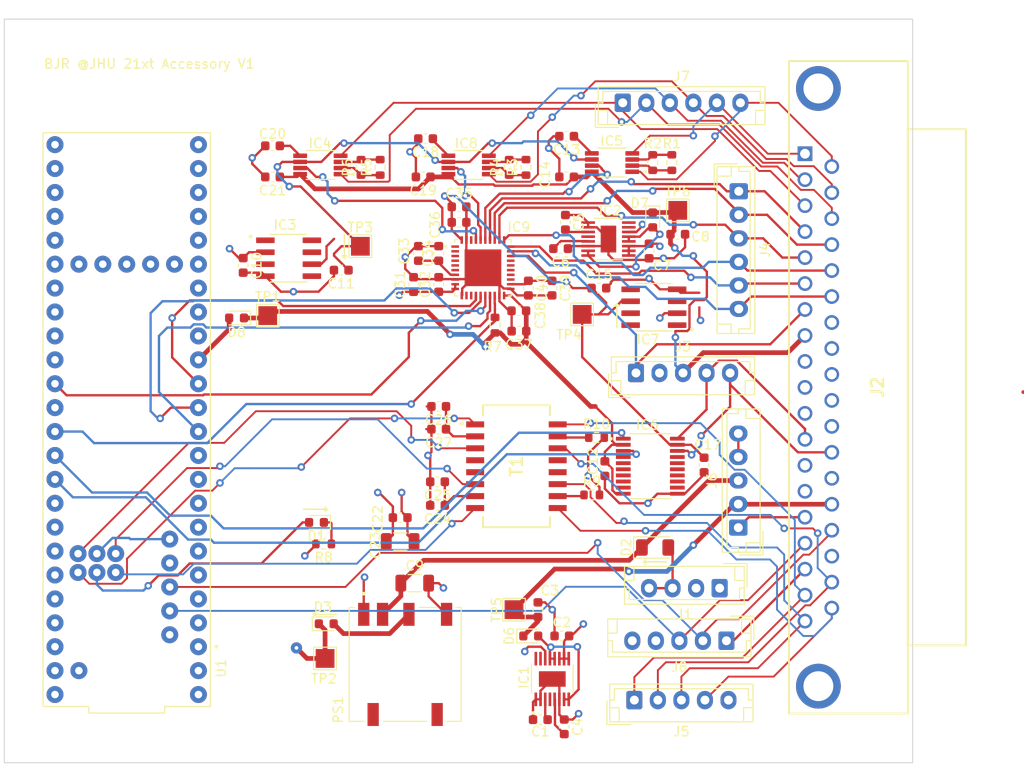
<source format=kicad_pcb>
(kicad_pcb (version 20221018) (generator pcbnew)
  (layers (0 "F.Cu" signal) (1 "In1.Cu" power "GND") (2 "In2.Cu" power "PWR") (31 "B.Cu" signal) (34 "B.Paste" user) (35 "F.Paste" user) (36 "B.SilkS" user "B.Silkscreen") (37 "F.SilkS" user "F.Silkscreen") (38 "B.Mask" user) (39 "F.Mask" user) (44 "Edge.Cuts" user))
  (net 0 "")
  (net 1 "Net-(IC1-BYPASS)")
  (net 2 "5v_buck")
  (net 3 "Net-(IC1-NR)")
  (net 4 "Net-(IC2-BYPASS)")
  (net 5 "Net-(IC2-NR)")
  (net 6 "12v")
  (net 7 "GNDA")
  (net 8 "Net-(IC5--VS)")
  (net 9 "usb_gnd")
  (net 10 "5v_reful")
  (net 11 "5v_ref")
  (net 12 "Net-(IC8--VS)")
  (net 13 "Net-(IC4--VS)")
  (net 14 "Net-(T1-TCT)")
  (net 15 "Net-(T1-RCT)")
  (net 16 "Net-(IC9-REGCAPA)")
  (net 17 "Net-(IC9-REGCAPD)")
  (net 18 "Net-(D1-K)")
  (net 19 "Net-(D1-A)")
  (net 20 "Net-(D2-A)")
  (net 21 "Net-(D3-A)")
  (net 22 "2v5")
  (net 23 "2v5_ref")
  (net 24 "Net-(D6-A)")
  (net 25 "Net-(D7-A)")
  (net 26 "Net-(D8-A)")
  (net 34 "3v3")
  (net 37 "sg1-")
  (net 38 "Net-(IC5-RG_1)")
  (net 39 "Net-(IC5-RG_2)")
  (net 40 "sg1+")
  (net 41 "Net-(IC7-TRIM{slash}NR)")
  (net 42 "sg1")
  (net 43 "hallfx1_3v3")
  (net 44 "hallfx2_3v3")
  (net 57 "hallfx2")
  (net 58 "hallfx1")
  (net 60 "Net-(IC3-TRIM{slash}NR)")
  (net 63 "sg2-")
  (net 64 "Net-(IC8-RG_1)")
  (net 65 "Net-(IC8-RG_2)")
  (net 66 "sg2+")
  (net 67 "sg2")
  (net 68 "sg3-")
  (net 69 "Net-(IC4-RG_1)")
  (net 70 "Net-(IC4-RG_2)")
  (net 71 "sg3+")
  (net 72 "sg3")
  (net 75 "SDO")
  (net 76 "SDI")
  (net 77 "SCLK")
  (net 78 "!CS")
  (net 79 "!ERROR")
  (net 81 "linpot1")
  (net 82 "linpot2")
  (net 87 "wheelspeed1")
  (net 88 "wheelspeed2")
  (net 89 "potentiometer")
  (net 90 "brakespeed1")
  (net 91 "brakespeed2")
  (net 92 "usb_d+")
  (net 93 "usb_d-")
  (net 94 "Rx-")
  (net 95 "Rx+")
  (net 96 "Tx-")
  (net 97 "Tx+")
  (net 98 "GND1")
  (net 101 "Net-(T1-TXCT)")
  (net 102 "Net-(T1-RXCT)")
  (net 103 "Rd+")
  (net 136 "Rd-")
  (net 137 "Td+")
  (net 138 "Td-")
  (net 163 "brakepressure2")
  (net 164 "brakepressure1")
  (footprint "Connector_JST:JST_EH_B5B-EH-A_1x05_P2.50mm_Vertical" (layer "F.Cu") (at 101.934 86.06)
    (fp_text reference "J5")
    (fp_text value "Conn_01x05")
  )
  (footprint "TestPoint:TestPoint_Pad_2.0x2.0mm" (layer "F.Cu") (at 89.154 76.454 90)
    (fp_text reference "TP5")
    (fp_text value "TestPoint")
  )
  (footprint "Diode_SMD:D_0603_1608Metric" (layer "F.Cu") (at 103.886 35.048 -90)
    (fp_text reference "D7")
    (fp_text value "D_Schottky")
  )
  (footprint "Capacitor_SMD:C_0603_1608Metric" (layer "F.Cu") (at 94.106 38.096 180)
    (fp_text reference "C6")
    (fp_text value "0.1u")
  )
  (footprint "Capacitor_SMD:C_0603_1608Metric" (layer "F.Cu") (at 81.153 38.608 -90)
    (fp_text reference "C34")
    (fp_text value "0.1u")
  )
  (footprint "Capacitor_SMD:C_0603_1608Metric" (layer "F.Cu") (at 103.504 38.35 90)
    (fp_text reference "C7")
    (fp_text value "0.1u")
  )
  (footprint "Capacitor_SMD:C_0603_1608Metric" (layer "F.Cu") (at 93.188 42.291 -90)
    (fp_text reference "C39")
    (fp_text value "0.1u")
  )
  (footprint "Resistor_SMD:R_0603_1608Metric" (layer "F.Cu") (at 90.424 29.464 90)
    (fp_text reference "R3")
    (fp_text value "R")
  )
  (footprint "Resistor_SMD:R_0603_1608Metric" (layer "F.Cu") (at 88.646 29.464 90)
    (fp_text reference "R4")
    (fp_text value "249")
  )
  (footprint "Connector_JST:JST_EH_B5B-EH-A_1x05_P2.50mm_Vertical" (layer "F.Cu") (at 102.108 51.308)
    (fp_text reference "J3")
    (fp_text value "Conn_01x05")
  )
  (footprint "Capacitor_SMD:C_0603_1608Metric" (layer "F.Cu") (at 98.806 61.468 -90)
    (fp_text reference "C12")
    (fp_text value "0.1u")
  )
  (footprint "21xt_footprints:SOIC127P599X175-8N" (layer "F.Cu") (at 104.013 44.323 180)
    (fp_text reference "IC7")
    (fp_text value "REF5050IDR")
  )
  (footprint "Capacitor_SMD:C_0603_1608Metric" (layer "F.Cu") (at 98.171 42.291)
    (fp_text reference "C15")
    (fp_text value "22u")
  )
  (footprint "Capacitor_SMD:C_0603_1608Metric" (layer "F.Cu") (at 78.486 41.91 90)
    (fp_text reference "C31")
    (fp_text value "10u")
  )
  (footprint "Connector_JST:JST_EH_B6B-EH-A_1x06_P2.50mm_Vertical" (layer "F.Cu") (at 113.03 32.004 -90)
    (fp_text reference "J4")
    (fp_text value "Conn_01x06")
  )
  (footprint "21xt_footprints:QFN50P600X600X80-41N" (layer "F.Cu") (at 85.852 40.132)
    (fp_text reference "IC9")
    (fp_text value "AD7175-8BCPZ-RL7")
  )
  (footprint "Capacitor_SMD:C_0603_1608Metric" (layer "F.Cu") (at 94.742 30.48 180)
    (fp_text reference "C14")
    (fp_text value "1u")
  )
  (footprint "21xt_footprints:SOP65P490X110-8N" (layer "F.Cu") (at 99.568 28.956 180)
    (fp_text reference "IC5")
    (fp_text value "INA821IDGKT")
  )
  (footprint "Capacitor_SMD:C_0603_1608Metric" (layer "F.Cu") (at 81.026 62.865 180)
    (fp_text reference "C25")
    (fp_text value "0.1u")
  )
  (footprint "Capacitor_SMD:C_0603_1608Metric" (layer "F.Cu") (at 89.662 44.704 180)
    (fp_text reference "C38")
    (fp_text value "10u")
  )
  (footprint "21xt_footprints:SOP65P490X110-8N" (layer "F.Cu") (at 84.328 29.21 180)
    (fp_text reference "IC8")
    (fp_text value "INA821IDGKT")
  )
  (footprint "21xt_footprints:749013011" (layer "F.Cu") (at 89.408 61.214 -90)
    (fp_text reference "T1")
    (fp_text value "749013011" hide)
  )
  (footprint "21xt_footprints:SOP65P490X110-8N" (layer "F.Cu") (at 68.58 29.21 180)
    (fp_text reference "IC4")
    (fp_text value "INA821IDGKT")
  )
  (footprint "Diode_SMD:D_0603_1608Metric" (layer "F.Cu") (at 59.67725 45.466 180)
    (fp_text reference "D8")
    (fp_text value "D_Schottky")
  )
  (footprint "Capacitor_SMD:C_0603_1608Metric" (layer "F.Cu") (at 60.382 39.878 -90)
    (fp_text reference "C10")
    (fp_text value "1u")
  )
  (footprint "Capacitor_SMD:C_1206_3216Metric" (layer "F.Cu") (at 77.058 69.215)
    (fp_text reference "C23")
    (fp_text value "100u")
  )
  (footprint "21xt_footprints:MODULE_DEV-16771" (layer "F.Cu") (at 48.006 56.261 90)
    (fp_text reference "U1")
    (fp_text value "DEV-16771")
  )
  (footprint "Resistor_SMD:R_0603_1608Metric" (layer "F.Cu") (at 72.898 29.464 90)
    (fp_text reference "R6")
    (fp_text value "249")
  )
  (footprint "Capacitor_SMD:C_0603_1608Metric" (layer "F.Cu") (at 109.347 61.087 -90)
    (fp_text reference "C17")
    (fp_text value "0.1u")
  )
  (footprint "Capacitor_SMD:C_0603_1608Metric" (layer "F.Cu") (at 91.694 76.454 -90)
    (fp_text reference "C3")
    (fp_text value "1u")
  )
  (footprint "Capacitor_SMD:C_0603_1608Metric" (layer "F.Cu") (at 94.742 26.162 180)
    (fp_text reference "C13")
    (fp_text value "1u")
  )
  (footprint "Capacitor_SMD:C_0603_1608Metric" (layer "F.Cu") (at 77.058 66.675)
    (fp_text reference "C22")
    (fp_text value "0.1u")
  )
  (footprint "TestPoint:TestPoint_Pad_2.0x2.0mm" (layer "F.Cu") (at 72.828 37.846)
    (fp_text reference "TP3")
    (fp_text value "TestPoint")
  )
  (footprint "Connector_JST:JST_EH_B4B-EH-A_1x04_P2.50mm_Vertical" (layer "F.Cu") (at 110.998 74.168 180)
    (fp_text reference "J1")
    (fp_text value "Conn_01x04")
  )
  (footprint "Capacitor_SMD:C_0603_1608Metric" (layer "F.Cu") (at 89.675 46.863 180)
    (fp_text reference "C37")
    (fp_text value "0.1u")
  )
  (footprint "Capacitor_SMD:C_0603_1608Metric" (layer "F.Cu") (at 79.756 26.416 180)
    (fp_text reference "C18")
    (fp_text value "1u")
  )
  (footprint "Resistor_SMD:R_0603_1608Metric" (layer "F.Cu") (at 74.93 29.464 90)
    (fp_text reference "R5")
    (fp_text value "R")
  )
  (footprint "Capacitor_SMD:C_0603_1608Metric" (layer "F.Cu") (at 70.796 40.386 180)
    (fp_text reference "C11")
    (fp_text value "10u")
  )
  (footprint "Capacitor_SMD:C_0603_1608Metric" (layer "F.Cu") (at 83.312 35.306)
    (fp_text reference "C36")
    (fp_text value "0.1u")
  )
  (footprint "Capacitor_SMD:C_0603_1608Metric" (layer "F.Cu") (at 78.994 38.608 -90)
    (fp_text reference "C33")
    (fp_text value "1u")
  )
  (footprint "Resistor_SMD:R_0603_1608Metric" (layer "F.Cu") (at 105.918 28.956 90)
    (fp_text reference "R1")
    (fp_text value "249")
  )
  (footprint "Connector_JST:JST_EH_B5B-EH-A_1x05_P2.50mm_Vertical" (layer "F.Cu") (at 111.72 79.756 180)
    (fp_text reference "J8")
    (fp_text value "Conn_01x05")
  )
  (footprint "Capacitor_SMD:C_0603_1608Metric" (layer "F.Cu") (at 83.312 33.655)
    (fp_text reference "C35")
    (fp_text value "10u")
  )
  (footprint "Capacitor_SMD:C_0603_1608Metric" (layer "F.Cu") (at 94.234 79.248)
    (fp_text reference "C2")
    (fp_text value "0.1u")
  )
  (footprint "21xt_footprints:57478476" (layer "F.Cu") (at 120.066 28.016 90)
    (fp_text reference "J2")
    (fp_text value "5747847-6" hide)
  )
  (footprint "21xt_footprints:SOP50P490X110-17N" (layer "F.Cu") (at 93.218 83.82 90)
    (fp_text reference "IC1")
    (fp_text value "LT6658AHMSE-2.5#PBF")
  )
  (footprint "TestPoint:TestPoint_Pad_2.0x2.0mm" (layer "F.Cu") (at 96.393 45.085)
    (fp_text reference "TP4")
    (fp_text value "TestPoint")
  )
  (footprint "Capacitor_SMD:C_0603_1608Metric" (layer "F.Cu") (at 90.678 42.291 -90)
    (fp_text reference "C40")
    (fp_text value "1u")
  )
  (footprint "21xt_footprints:CONV_TRS_2-2419" (layer "F.Cu") (at 77.5885 82.2715 90)
    (fp_text reference "PS1")
    (fp_text value "TRS_2-1211")
  )
  (footprint "21xt_footprints:SOP50P490X110-17N" (layer "F.Cu") (at 99.186 37.08)
    (fp_text reference "IC2")
    (fp_text value "LT6658AHMSE-5#PBF")
  )
  (footprint "TestPoint:TestPoint_Pad_2.0x2.0mm" (layer "F.Cu") (at 69.0795 81.6365)
    (fp_text reference "TP2")
    (fp_text value "TestPoint")
  )
  (footprint "Capacitor_SMD:C_0603_1608Metric" (layer "F.Cu") (at 81.153 57.277 180)
    (fp_text reference "C27")
    (fp_text value "0.1u")
  )
  (footprint "TestPoint:TestPoint_Pad_2.0x2.0mm" (layer "F.Cu") (at 62.992 45.212)
    (fp_text reference "TP1")
    (fp_text value "TestPoint")
  )
  (footprint "Resistor_SMD:R_0603_1608Metric" (layer "F.Cu") (at 97.409 64.262)
    (fp_text reference "R9")
    (fp_text value "75")
  )
  (footprint "Capacitor_SMD:C_0603_1608Metric" (layer "F.Cu") (at 81.153 41.91 90)
    (fp_text reference "C32")
    (fp_text value "0.1u")
  )
  (footprint "Diode_SMD:D_1206_3216Metric" (layer "F.Cu") (at 104.14 69.85)
    (fp_text reference "D2")
    (fp_text value "D_Schottky")
  )
  (footprint "Connector_JST:JST_EH_B5B-EH-A_1x05_P2.50mm_Vertical" (layer "F.Cu") (at 112.984 67.738 90)
    (fp_text reference "J6")
    (fp_text value "Conn_01x05")
  )
  (footprint "21xt_footprints:SOP65P640X120-20N" (layer "F.Cu") (at 103.632 61.214)
    (fp_text reference "IC6")
    (fp_text value "TXB0108PWR")
  )
  (footprint "Capacitor_SMD:C_0603_1608Metric" (layer "F.Cu") (at 81.026 65.375 180)
    (fp_text reference "C24")
    (fp_text value "0.1u")
  )
  (footprint "Capacitor_SMD:C_0603_1608Metric" (layer "F.Cu") (at 94.614 35.302 -90)
    (fp_text reference "C5")
    (fp_text value "1u")
  )
  (footprint "Capacitor_SMD:C_0603_1608Metric" (layer "F.Cu") (at 91.948 88.138)
    (fp_text reference "C1")
    (fp_text value "1u")
  )
  (footprint "Capacitor_SMD:C_0603_1608Metric" (layer "F.Cu") (at 63.5 27.178 180)
    (fp_text reference "C20")
    (fp_text value "1u")
  )
  (footprint "Resistor_SMD:R_0603_1608Metric" (layer "F.Cu") (at 103.886 28.956 90)
    (fp_text reference "R2")
    (fp_text value "R")
  )
  (footprint "Capacitor_SMD:C_1206_3216Metric" (layer "F.Cu") (at 78.6045 73.6355)
    (fp_text reference "C9")
    (fp_text value "10u")
  )
  (footprint "Capacitor_SMD:C_0603_1608Metric" (layer "F.Cu") (at 79.502 30.48 180)
    (fp_text reference "C19")
    (fp_text value "1u")
  )
  (footprint "Capacitor_SMD:C_0603_1608Metric" (layer "F.Cu") (at 81.153 54.864 180)
    (fp_text reference "C26")
    (fp_text value "0.1u")
  )
  (footprint "Capacitor_SMD:C_0603_1608Metric" (layer "F.Cu") (at 63.5 30.48 180)
    (fp_text reference "C21")
    (fp_text value "1u")
  )
  (footprint "Capacitor_SMD:C_0603_1608Metric" (layer "F.Cu") (at 94.488 88.9 -90)
    (fp_text reference "C4")
    (fp_text value "0.1u")
  )
  (footprint "Diode_SMD:D_0603_1608Metric" (layer "F.Cu") (at 69.2065 77.9535)
    (fp_text reference "D3")
    (fp_text value "D_Schottky")
  )
  (footprint "Resistor_SMD:R_0603_1608Metric" (layer "F.Cu") (at 97.917 58.166)
    (fp_text reference "R10")
    (fp_text value "75")
  )
  (footprint "Connector_JST:JST_EH_B6B-EH-A_1x06_P2.50mm_Vertical" (layer "F.Cu") (at 100.704 22.606)
    (fp_text reference "J7")
    (fp_text value "Conn_01x06")
  )
  (footprint "Resistor_SMD:R_0603_1608Metric" (layer "F.Cu") (at 87.135 46.228 90)
    (fp_text reference "R7")
    (fp_text value "10k")
  )
  (footprint "Diode_SMD:D_0603_1608Metric" (layer "F.Cu") (at 90.932 79.248)
    (fp_text reference "D6")
    (fp_text value "D_Schottky")
  )
  (footprint "Resistor_SMD:R_0603_1608Metric" (layer "F.Cu") (at 68.93 69.469 180)
    (fp_text reference "R8")
    (fp_text value "330")
  )
  (footprint "21xt_footprints:SOIC127P599X175-8N" (layer "F.Cu") (at 65.208 39.116)
    (fp_text reference "IC3")
    (fp_text value "REF5025AIDR")
  )
  (footprint "TestPoint:TestPoint_Pad_2.0x2.0mm" (layer "F.Cu") (at 106.552 34.032)
    (fp_text reference "TP6")
    (fp_text value "TestPoint")
  )
  (footprint "Diode_SMD:D_0603_1608Metric" (layer "F.Cu") (at 68.168 67.183 180)
    (fp_text reference "D1")
    (fp_text value "LED")
  )
  (footprint "Capacitor_SMD:C_0603_1608Metric" (layer "F.Cu") (at 106.552 36.572 180)
    (fp_text reference "C8")
    (fp_text value "1u")
  )
  (gr_arc (start 143.256 53.34) (mid 143.256 53.34) (end 143.256 53.34) (stroke (width 0.2)) (layer "F.Cu"))
  (gr_line (start 69.342 65.786) (end 69.088 65.532) (stroke (width 0.15)) (layer "F.SilkS"))
  (gr_line (start 68.072 76.708) (end 67.818 76.962) (stroke (width 0.15)) (layer "F.SilkS"))
  (gr_line (start 103.124 71.12) (end 102.87 71.374) (stroke (width 0.15)) (layer "F.SilkS"))
  (gr_line (start 100.076 46.482) (end 100.076 43.942) (stroke (width 0.15)) (layer "F.SilkS"))
  (gr_line (start 99.822 44.196) (end 100.33 44.196) (stroke (width 0.15)) (layer "F.SilkS"))
  (gr_line (start 70.358 76.962) (end 67.818 76.962) (stroke (width 0.15)) (layer "F.SilkS"))
  (gr_line (start 71.12 36.576) (end 71.12 39.116) (stroke (width 0.15)) (layer "F.SilkS"))
  (gr_line (start 102.87 71.374) (end 103.124 71.628) (stroke (width 0.15)) (layer "F.SilkS"))
  (gr_line (start 71.374 38.862) (end 70.866 38.862) (stroke (width 0.15)) (layer "F.SilkS"))
  (gr_line (start 66.802 65.786) (end 69.342 65.786) (stroke (width 0.15)) (layer "F.SilkS"))
  (gr_line (start 68.072 77.216) (end 68.072 76.708) (stroke (width 0.15)) (layer "F.SilkS"))
  (gr_line (start 71.12 39.116) (end 71.374 38.862) (stroke (width 0.15)) (layer "F.SilkS"))
  (gr_line (start 100.33 44.196) (end 100.076 43.942) (stroke (width 0.15)) (layer "F.SilkS"))
  (gr_line (start 69.088 66.04) (end 69.342 65.786) (stroke (width 0.15)) (layer "F.SilkS"))
  (gr_line (start 105.41 71.374) (end 102.87 71.374) (stroke (width 0.15)) (layer "F.SilkS"))
  (gr_line (start 103.124 71.628) (end 103.124 71.12) (stroke (width 0.15)) (layer "F.SilkS"))
  (gr_line (start 69.088 65.532) (end 69.088 66.04) (stroke (width 0.15)) (layer "F.SilkS"))
  (gr_line (start 100.076 43.942) (end 99.822 44.196) (stroke (width 0.15)) (layer "F.SilkS"))
  (gr_line (start 67.818 76.962) (end 68.072 77.216) (stroke (width 0.15)) (layer "F.SilkS"))
  (gr_line (start 70.866 38.862) (end 71.12 39.116) (stroke (width 0.15)) (layer "F.SilkS"))
  (gr_rect (start 35 13.716) (end 131.5 92.716) (stroke (width 0.1)) (fill none) (layer "Edge.Cuts"))
  (gr_text "BJR @JHU 21xt Accessory V1" (at 39.116 19.05) (layer "F.SilkS") (effects (font (size 1 1)) (justify left bottom)))
  (segment (start 92.723 88.138) (end 92.468 87.883) (width 0.25) (layer "F.Cu") (net 1))
  (segment (start 92.468 87.883) (end 92.468 85.98) (width 0.25) (layer "F.Cu") (net 1))
  (segment (start 94.468 81.66) (end 94.468 79.789) (width 0.25) (layer "F.Cu") (net 2))
  (segment (start 77.833 66.675) (end 77.833 68.515) (width 0.25) (layer "F.Cu") (net 2))
  (segment (start 81.153 42.685) (end 82.599 42.685) (width 0.25) (layer "F.Cu") (net 2))
  (segment (start 112.461 79.756) (end 111.72 79.756) (width 0.25) (layer "F.Cu") (net 2))
  (segment (start 77.33 42.685) (end 76.962 43.053) (width 0.25) (layer "F.Cu") (net 2))
  (segment (start 92.468 81.66) (end 92.468 80.854912) (width 0.25) (layer "F.Cu") (net 2))
  (segment (start 94.468 79.789) (end 95.009 79.248) (width 0.25) (layer "F.Cu") (net 2))
  (segment (start 77.833 68.515) (end 78.533 69.215) (width 0.25) (layer "F.Cu") (net 2))
  (segment (start 59.931 39.103) (end 58.928 38.1) (width 0.25) (layer "F.Cu") (net 2))
  (segment (start 67.1585 81.6365) (end 69.0795 81.6365) (width 0.5) (layer "F.Cu") (net 2))
  (segment (start 95.25 79.248) (end 95.009 79.248) (width 0.25) (layer "F.Cu") (net 2))
  (segment (start 78.486 42.685) (end 77.33 42.685) (width 0.25) (layer "F.Cu") (net 2))
  (segment (start 92.468 80.854912) (end 92.004088 80.391) (width 0.25) (layer "F.Cu") (net 2))
  (segment (start 94.968 81.66) (end 93.968 81.66) (width 0.25) (layer "F.Cu") (net 2))
  (segment (start 69.0795 78.614) (end 68.419 77.9535) (width 0.5) (layer "F.Cu") (net 2))
  (segment (start 90.297 80.772) (end 90.297 80.899) (width 0.25) (layer "F.Cu") (net 2))
  (segment (start 62.738 38.481) (end 61.004 38.481) (width 0.25) (layer "F.Cu") (net 2))
  (segment (start 82.902 42.382) (end 82.902 41.882) (width 0.25) (layer "F.Cu") (net 2))
  (segment (start 78.486 42.685) (end 81.153 42.685) (width 0.25) (layer "F.Cu") (net 2))
  (segment (start 66.04 80.518) (end 67.1585 81.6365) (width 0.5) (layer "F.Cu") (net 2))
  (segment (start 69.0795 81.6365) (end 69.0795 78.614) (width 0.5) (layer "F.Cu") (net 2))
  (segment (start 77.216 66.058) (end 77.833 66.675) (width 0.25) (layer "F.Cu") (net 2))
  (segment (start 77.216 63.881) (end 77.216 66.058) (width 0.25) (layer "F.Cu") (net 2))
  (segment (start 82.599 42.685) (end 82.902 42.382) (width 0.25) (layer "F.Cu") (net 2))
  (segment (start 77.216 63.881) (end 77.216 64.008) (width 0.25) (layer "F.Cu") (net 2))
  (segment (start 90.678 80.391) (end 90.297 80.772) (width 0.25) (layer "F.Cu") (net 2))
  (segment (start 120.066 72.151) (end 112.461 79.756) (width 0.25) (layer "F.Cu") (net 2))
  (segment (start 61.004 38.481) (end 60.382 39.103) (width 0.25) (layer "F.Cu") (net 2))
  (segment (start 96.52 77.978) (end 95.25 79.248) (width 0.25) (layer "F.Cu") (net 2))
  (segment (start 60.382 39.103) (end 59.931 39.103) (width 0.25) (layer "F.Cu") (net 2))
  (segment (start 92.004088 80.391) (end 90.678 80.391) (width 0.25) (layer "F.Cu") (net 2))
  (via (at 90.297 80.899) (size 0.8) (drill 0.4) (layers "F.Cu" "B.Cu") (net 2))
  (via (at 76.962 43.053) (size 0.8) (drill 0.4) (layers "F.Cu" "B.Cu") (net 2))
  (via (at 66.04 80.518) (size 1.2) (drill 0.4) (layers "F.Cu" "B.Cu") (net 2))
  (via (at 77.216 64.008) (size 0.8) (drill 0.4) (layers "F.Cu" "B.Cu") (net 2))
  (via (at 58.928 38.1) (size 0.8) (drill 0.4) (layers "F.Cu" "B.Cu") (net 2))
  (via (at 96.52 77.978) (size 0.8) (drill 0.4) (layers "F.Cu" "B.Cu") (net 2))
  (segment (start 94.488 89.675) (end 93.503 88.69) (width 0.25) (layer "F.Cu") (net 3))
  (segment (start 93.503 86.015) (end 93.468 85.98) (width 0.25) (layer "F.Cu") (net 3))
  (segment (start 93.503 88.69) (end 93.503 86.015) (width 0.25) (layer "F.Cu") (net 3))
  (segment (start 94.867 36.33) (end 97.026 36.33) (width 0.25) (layer "F.Cu") (net 4))
  (segment (start 94.614 36.077) (end 94.867 36.33) (width 0.25) (layer "F.Cu") (net 4))
  (segment (start 96.992 37.296) (end 97.026 37.33) (width 0.25) (layer "F.Cu") (net 5))
  (segment (start 93.331 38.096) (end 94.131 37.296) (width 0.25) (layer "F.Cu") (net 5))
  (segment (start 94.131 37.296) (end 96.992 37.296) (width 0.25) (layer "F.Cu") (net 5))
  (segment (start 108.839 45.593) (end 108.966 45.72) (width 0.25) (layer "F.Cu") (net 6))
  (segment (start 112.984 60.238) (end 112.984 57.738) (width 0.25) (layer "F.Cu") (net 6))
  (segment (start 105.156 44.958) (end 104.648 45.466) (width 0.25) (layer "F.Cu") (net 6))
  (segment (start 106.483 44.958) (end 105.156 44.958) (width 0.25) (layer "F.Cu") (net 6))
  (segment (start 103.504 37.575) (end 103.249 37.83) (width 0.25) (layer "F.Cu") (net 6))
  (segment (start 102.792151 35.522044) (end 102.792151 35.688937) (width 0.25) (layer "F.Cu") (net 6))
  (segment (start 79.555 71.21) (end 101.38 71.21) (width 0.5) (layer "F.Cu") (net 6))
  (segment (start 102.74 69.85) (end 109.852 62.738) (width 0.5) (layer "F.Cu") (net 6))
  (segment (start 77.1295 73.6355) (end 79.555 71.21) (width 0.5) (layer "F.Cu") (net 6))
  (segment (start 75.1885 76.9515) (end 77.1295 75.0105) (width 0.5) (layer "F.Cu") (net 6))
  (segment (start 102.151088 36.33) (end 101.346 36.33) (width 0.25) (layer "F.Cu") (net 6))
  (segment (start 104.648 37.850653) (end 104.372347 37.575) (width 0.25) (layer "F.Cu") (net 6))
  (segment (start 109.852 62.738) (end 112.984 62.738) (width 0.5) (layer "F.Cu") (net 6))
  (segment (start 108.839 44.336) (end 108.839 45.593) (width 0.25) (layer "F.Cu") (net 6))
  (segment (start 104.372347 37.575) (end 103.504 37.575) (width 0.25) (layer "F.Cu") (net 6))
  (segment (start 103.249 37.83) (end 101.346 37.83) (width 0.25) (layer "F.Cu") (net 6))
  (segment (start 77.1295 75.0105) (end 77.1295 73.6355) (width 0.5) (layer "F.Cu") (net 6))
  (segment (start 101.38 71.21) (end 102.74 69.85) (width 0.5) (layer "F.Cu") (net 6))
  (segment (start 102.792151 35.688937) (end 102.151088 36.33) (width 0.25) (layer "F.Cu") (net 6))
  (segment (start 101.346 38.83) (end 101.346 37.83) (width 0.25) (layer "F.Cu") (net 6))
  (via (at 104.648 45.466) (size 0.8) (drill 0.4) (layers "F.Cu" "B.Cu") (net 6))
  (via (at 108.966 45.72) (size 0.8) (drill 0.4) (layers "F.Cu" "B.Cu") (net 6))
  (via (at 102.792151 35.522044) (size 0.8) (drill 0.4) (layers "F.Cu" "B.Cu") (net 6))
  (via (at 104.648 37.850653) (size 0.8) (drill 0.4) (layers "F.Cu" "B.Cu") (net 6))
  (segment (start 78.688 41.337) (end 84.647 41.337) (width 0.25) (layer "F.Cu") (net 7))
  (segment (start 96.223 34.527) (end 97.026 35.33) (width 0.25) (layer "F.Cu") (net 7))
  (segment (start 77.597 38.989) (end 77.597 40.246) (width 0.25) (layer "F.Cu") (net 7))
  (segment (start 99.444 41.653) (end 99.695 41.402) (width 0.25) (layer "F.Cu") (net 7))
  (segment (start 106.851 42.786) (end 106.483 42.418) (width 0.25) (layer "F.Cu") (net 7))
  (segment (start 76.283 68.515) (end 75.583 69.215) (width 0.25) (layer "F.Cu") (net 7))
  (segment (start 78.994 37.833) (end 81.153 37.833) (width 0.25) (layer "F.Cu") (net 7))
  (segment (start 80.0795 75.0425) (end 80.0795 73.6355) (width 0.25) (layer "F.Cu") (net 7))
  (segment (start 68.105 69.563) (end 66.929 70.739) (width 0.25) (layer "F.Cu") (net 7))
  (segment (start 65.716 42.672) (end 68.383 42.672) (width 0.25) (layer "F.Cu") (net 7))
  (segment (start 65.716 42.672) (end 64.389 42.672) (width 0.25) (layer "F.Cu") (net 7))
  (segment (start 88.757 42.337) (end 88.057 42.337) (width 0.25) (layer "F.Cu") (net 7))
  (segment (start 64.389 42.672) (end 62.738 41.021) (width 0.25) (layer "F.Cu") (net 7))
  (segment (start 73.1885 76.9515) (end 73.1885 73.0825) (width 0.25) (layer "F.Cu") (net 7))
  (segment (start 79.834 57.277) (end 80.378 57.277) (width 0.25) (layer "F.Cu") (net 7))
  (segment (start 88.618 44.704) (end 88.887 44.704) (width 0.25) (layer "F.Cu") (net 7))
  (segment (start 77.597 40.246) (end 78.486 41.135) (width 0.25) (layer "F.Cu") (net 7))
  (segment (start 80.251 60.312) (end 80.01 60.071) (width 0.25) (layer "F.Cu") (net 7))
  (segment (start 80.378 54.864) (end 79.883 54.864) (width 0.25) (layer "F.Cu") (net 7))
  (segment (start 106.502 64.139) (end 107.286999 64.139) (width 0.25) (layer "F.Cu") (net 7))
  (segment (start 114.088 66.634) (end 112.984 67.738) (width 0.25) (layer "F.Cu") (net 7))
  (segment (start 104.39 64.139) (end 103.378 65.151) (width 0.25) (layer "F.Cu") (net 7))
  (segment (start 81.9885 76.9515) (end 80.0795 75.0425) (width 0.25) (layer "F.Cu") (net 7))
  (segment (start 104.648 42.418) (end 103.505 41.275) (width 0.25) (layer "F.Cu") (net 7))
  (segment (start 87.602 41.882) (end 85.852 40.132) (width 0.25) (layer "F.Cu") (net 7))
  (segment (start 97.026 35.33) (end 97.026 35.83) (width 0.25) (layer "F.Cu") (net 7))
  (segment (start 88.057 42.337) (end 85.852 40.132) (width 0.25) (layer "F.Cu") (net 7))
  (segment (start 100.352982 65.151) (end 103.378 65.151) (width 0.25) (layer "F.Cu") (net 7))
  (segment (start 87.602 43.688) (end 87.602 43.082) (width 0.25) (layer "F.Cu") (net 7))
  (segment (start 97.026 37.83) (end 98.436 37.83) (width 0.25) (layer "F.Cu") (net 7))
  (segment (start 87.602 43.688) (end 88.618 44.704) (width 0.25) (layer "F.Cu") (net 7))
  (segment (start 93.967 26.162) (end 93.345 26.162) (width 0.25) (layer "F.Cu") (net 7))
  (segment (start 78.981 26.937) (end 78.105 27.813) (width 0.25) (layer "F.Cu") (net 7))
  (segment (start 93.967 30.48) (end 93.967 28.562) (width 0.25) (layer "F.Cu") (net 7))
  (segment (start 77.597 38.989) (end 78.753 37.833) (width 0.25) (layer "F.Cu") (net 7))
  (segment (start 61.341 29.096) (end 62.725 30.48) (width 0.25) (layer "F.Cu") (net 7))
  (segment (start 83.602 43.082) (end 83.647 43.037) (width 0.25) (layer "F.Cu") (net 7))
  (segment (start 93.459 76.695) (end 93.218 76.454) (width 0.25) (layer "F.Cu") (net 7))
  (segment (start 80.0795 73.6355) (end 81.1445 73.6355) (width 0.25) (layer "F.Cu") (net 7))
  (segment (start 98.436 37.83) (end 99.186 37.08) (width 0.25) (layer "F.Cu") (net 7))
  (segment (start 81.1445 73.6355) (end 81.6525 74.1435) (width 0.25) (layer "F.Cu") (net 7))
  (segment (start 97.028 59.88) (end 98.742 58.166) (width 0.25) (layer "F.Cu") (net 7))
  (segment (start 107.327 37.951695) (end 107.327 36.572) (width 0.25) (layer "F.Cu") (net 7))
  (segment (start 78.486 41.135) (end 78.688 41.337) (width 0.25) (layer "F.Cu") (net 7))
  (segment (start 99.186 37.08) (end 99.186 38.7525) (width 0.25) (layer "F.Cu") (net 7))
  (segment (start 84.102 37.182) (end 84.102 33.67) (width 0.25) (layer "F.Cu") (net 7))
  (segment (start 98.234 63.436) (end 98.234 64.262) (width 0.25) (layer "F.Cu") (net 7))
  (segment (start 84.087 38.367) (end 85.852 40.132) (width 0.25) (layer "F.Cu") (net 7))
  (segment (start 83.647 43.037) (end 83.647 42.337) (width 0.25) (layer "F.Cu") (net 7))
  (segment (start 98.806 62.243) (end 98.806 63.604018) (width 0.25) (layer "F.Cu") (net 7))
  (segment (start 84.647 41.337) (end 85.852 40.132) (width 0.25) (layer "F.Cu") (net 7))
  (segment (start 80.378 57.277) (end 80.378 59.703) (width 0.25) (layer "F.Cu") (net 7))
  (segment (start 103.378 41.402) (end 103.505 41.275) (width 0.25) (layer "F.Cu") (net 7))
  (segment (start 103.334 39.295) (end 103.504 39.125) (width 0.25) (layer "F.Cu") (net 7))
  (segment (start 95.147 37.83) (end 97.026 37.83) (width 0.25) (layer "F.Cu") (net 7))
  (segment (start 87.602 43.082) (end 87.602 41.882) (width 0.25) (layer "F.Cu") (net 7))
  (segment (start 106.502 64.139) (end 104.39 64.139) (width 0.25) (layer "F.Cu") (net 7))
  (segment (start 62.37 40.653) (end 62.738 41.021) (width 0.25) (layer "F.Cu") (net 7))
  (segment (start 99.444 41.793) (end 99.444 41.653) (width 0.25) (layer "F.Cu") (net 7))
  (segment (start 94.614 34.527) (end 96.223 34.527) (width 0.25) (layer "F.Cu") (net 7))
  (segment (start 74.676 63.881) (end 74.676 64.008) (width 0.25) (layer "F.Cu") (net 7))
  (segment (start 91.694 75.679) (end 92.443 75.679) (width 0.25) (layer "F.Cu") (net 7))
  (segment (start 93.345 26.162) (end 92.837 26.67) (width 0.25) (layer "F.Cu") (net 7))
  (segment (start 105.02 39.125) (end 103.504 39.125) (width 0.25) (layer "F.Cu") (net 7))
  (segment (start 90.678 43.066) (end 89.486 43.066) (width 0.25) (layer "F.Cu") (net 7))
  (segment (start 109.347 62.078999) (end 109.347 61.862) (width 0.25) (layer "F.Cu") (net 7))
  (segment (start 78.981 26.416) (end 78.981 26.937) (width 0.25) (layer "F.Cu") (net 7))
  (segment (start 107.286999 64.139) (end 109.347 62.078999) (width 0.25) (layer "F.Cu") (net 7))
  (segment (start 76.283 66.675) (end 76.283 68.515) (width 0.25) (layer "F.Cu") (net 7))
  (segment (start 80.378 57.277) (end 80.378 54.864) (width 0.25) (layer "F.Cu") (net 7))
  (segment (start 97.028 62.23) (end 98.234 63.436) (width 0.25) (layer "F.Cu") (net 7))
  (segment (start 98.946 42.291) (end 99.444 41.793) (width 0.25) (layer "F.Cu") (net 7))
  (segment (start 105.029 39.116) (end 105.02 39.125) (width 0.25) (layer "F.Cu") (net 7))
  (segment (start 88.802 42.382) (end 88.757 42.337) (width 0.25) (layer "F.Cu") (net 7))
  (segment (start 80.378 59.703) (end 80.01 60.071) (width 0.25) (layer "F.Cu") (net 7))
  (segment (start 61.455 28.448) (end 62.725 27.178) (width 0.25) (layer "F.Cu") (net 7))
  (segment (start 93.188 43.066) (end 90.678 43.066) (width 0.25) (layer "F.Cu") (net 7))
  (segment (start 76.283 65.488) (end 74.676 63.881) (width 0.25) (layer "F.Cu") (net 7))
  (segment (start 99.7285 39.295) (end 103.334 39.295) (width 0.25) (layer "F.Cu") (net 7))
  (segment (start 99.695 41.402) (end 103.378 41.402) (width 0.25) (layer "F.Cu") (net 7))
  (segment (start 70.021 41.034) (end 70.021 40.386) (width 0.25) (layer "F.Cu") (net 7))
  (segment (start 61.341 28.448) (end 61.341 29.096) (width 0.25) (layer "F.Cu") (net 7))
  (segment (start 97.028 62.23) (end 97.028 59.88) (width 0.25) (layer "F.Cu") (net 7))
  (segment (start 98.806 63.604018) (end 100.352982 65.151) (width 0.25) (layer "F.Cu") (net 7))
  (segment (start 89.486 43.066) (end 88.802 42.382) (width 0.25) (layer "F.Cu") (net 7))
  (segment (start 120.066 66.634) (end 114.088 66.634) (width 0.25) (layer "F.Cu") (net 7))
  (segment (start 83.647 42.337) (end 85.852 40.132) (width 0.25) (layer "F.Cu") (net 7))
  (segment (start 84.087 33.655) (end 84.087 38.367) (width 0.25) (layer "F.Cu") (net 7))
  (segment (start 76.283 66.675) (end 76.283 65.488) (width 0.25) (layer "F.Cu") (net 7))
  (segment (start 88.9 46.863) (end 88.9 45.085) (width 0.25) (layer "F.Cu") (net 7))
  (segment (start 92.443 75.679) (end 93.218 76.454) (width 0.25) (layer "F.Cu") (net 7))
  (segment (start 108.839 42.786) (end 106.851 42.786) (width 0.25) (layer "F.Cu") (net 7))
  (segment (start 78.727 28.435) (end 78.105 27.813) (width 0.25) (layer "F.Cu") (net 7))
  (segment (start 68.105 69.469) (end 68.105 69.563) (width 0.25) (layer "F.Cu") (net 7))
  (segment (start 105.029 39.116) (end 106.162695 39.116) (width 0.25) (layer "F.Cu") (net 7))
  (segment (start 106.483 42.418) (end 104.648 42.418) (width 0.25) (layer "F.Cu") (net 7))
  (segment (start 73.1885 73.0825) (end 73.2705 73.0005) (width 0.25) (layer "F.Cu") (net 7))
  (segment (start 84.102 33.67) (end 84.087 33.655) (width 0.25) (layer "F.Cu") (net 7))
  (segment (start 61.341 28.448) (end 61.455 28.448) (width 0.25) (layer "F.Cu") (net 7))
  (segment (start 99.186 37.08) (end 97.936 35.83) (width 0.25) (layer "F.Cu") (net 7))
  (segment (start 60.382 40.653) (end 62.37 40.653) (width 0.25) (layer "F.Cu") (net 7))
  (segment (start 99.186 38.7525) (end 99.7285 39.295) (width 0.25) (layer "F.Cu") (net 7))
  (segment (start 68.383 42.672) (end 70.021 41.034) (width 0.25) (layer "F.Cu") (net 7))
  (segment (start 93.459 79.248) (end 93.459 76.695) (width 0.25) (layer "F.Cu") (net 7))
  (segment (start 84.341 33.655) (end 84.147 33.849) (width 0.25) (layer "F.Cu") (net 7))
  (segment (start 92.837 26.67) (end 92.837 27.432) (width 0.25) (layer "F.Cu") (net 7))
  (segment (start 106.162695 39.116) (end 107.327 37.951695) (width 0.25) (layer "F.Cu") (net 7))
  (segment (start 97.936 35.83) (end 97.026 35.83) (width 0.25) (layer "F.Cu") (net 7))
  (segment (start 93.967 28.562) (end 92.837 27.432) (width 0.25) (layer "F.Cu") (net 7))
  (segment (start 80.251 65.375) (end 80.251 62.865) (width 0.25) (layer "F.Cu") (net 7))
  (segment (start 78.753 37.833) (end 78.994 37.833) (width 0.25) (layer "F.Cu") (net 7))
  (segment (start 80.251 62.865) (end 80.251 60.312) (width 0.25) (layer "F.Cu") (net 7))
  (segment (start 94.881 38.096) (end 95.147 37.83) (width 0.25) (layer "F.Cu") (net 7))
  (segment (start 78.727 30.48) (end 78.727 28.435) (width 0.25) (layer "F.Cu") (net 7))
  (via (at 81.6525 74.1435) (size 0.8) (drill 0.4) (layers "F.Cu" "B.Cu") (net 7))
  (via (at 80.01 60.071) (size 0.8) (drill 0.4) (layers "F.Cu" "B.Cu") (net 7))
  (via (at 73.2705 73.0005) (size 0.8) (drill 0.4) (layers "F.Cu" "B.Cu") (net 7))
  (via (at 105.029 39.116) (size 0.8) (drill 0.4) (layers "F.Cu" "B.Cu") (net 7))
  (via (at 61.341 28.448) (size 0.8) (drill 0.4) (layers "F.Cu" "B.Cu") (net 7))
  (via (at 65.716 42.672) (size 0.8) (drill 0.4) (layers "F.Cu" "B.Cu") (net 7))
  (via (at 74.676 64.008) (size 0.8) (drill 0.4) (layers "F.Cu" "B.Cu") (net 7))
  (via (at 103.505 41.275) (size 0.8) (drill 0.4) (layers "F.Cu" "B.Cu") (net 7))
  (via (at 78.105 27.813) (size 0.8) (drill 0.4) (layers "F.Cu" "B.Cu") (net 7))
  (via (at 103.378 65.151) (size 0.8) (drill 0.4) (layers "F.Cu" "B.Cu") (net 7))
  (via (at 77.597 38.989) (size 0.8) (drill 0.4) (layers "F.Cu" "B.Cu") (net 7))
  (via (at 92.837 27.432) (size 0.8) (drill 0.4) (layers "F.Cu" "B.Cu") (net 7))
  (via (at 93.218 76.454) (size 0.8) (drill 0.4) (layers "F.Cu" "B.Cu") (net 7))
  (via (at 66.929 70.739) (size 0.8) (drill 0.4) (layers "F.Cu" "B.Cu") (net 7))
  (via (at 97.028 62.23) (size 0.8) (drill 0.4) (layers "F.Cu" "B.Cu") (net 7))
  (segment (start 46.503 68.834) (end 48.26 68.834) (width 0.25) (layer "B.Cu") (net 7))
  (segment (start 44.836 70.501) (end 46.503 68.834) (width 0.25) (layer "B.Cu") (net 7))
  (segment (start 48.26 68.834) (end 48.387 68.961) (width 0.25) (layer "B.Cu") (net 7))
  (segment (start 48.387 68.961) (end 52.576 68.961) (width 0.25) (layer "B.Cu") (net 7))
  (segment (start 95.599 26.162) (end 95.517 26.162) (width 0.25) (layer "F.Cu") (net 8))
  (segment (start 97.418 27.981) (end 95.599 26.162) (width 0.25) (layer "F.Cu") (net 8))
  (segment (start 91.468 85.98) (end 91.968 85.98) (width 0.25) (layer "F.Cu") (net 9))
  (segment (start 93.968 85.98) (end 93.968 84.57) (width 0.25) (layer "F.Cu") (net 9))
  (segment (start 94.488 88.125) (end 93.968 87.605) (width 0.25) (layer "F.Cu") (net 9))
  (segment (start 95.39 88.125) (end 96.012 87.503) (width 0.25) (layer "F.Cu") (net 9))
  (segment (start 93.968 87.605) (end 93.968 85.98) (width 0.25) (layer "F.Cu") (net 9))
  (segment (start 91.173 88.138) (end 91.173 86.275) (width 0.25) (layer "F.Cu") (net 9))
  (segment (start 94.488 88.125) (end 95.39 88.125) (width 0.25) (layer "F.Cu") (net 9))
  (segment (start 91.173 86.275) (end 91.468 85.98) (width 0.25) (layer "F.Cu") (net 9))
  (segment (start 93.968 84.57) (end 93.218 83.82) (width 0.25) (layer "F.Cu") (net 9))
  (segment (start 91.968 85.98) (end 91.968 85.07) (width 0.25) (layer "F.Cu") (net 9))
  (segment (start 91.968 85.07) (end 93.218 83.82) (width 0.25) (layer "F.Cu") (net 9))
  (via (at 96.012 87.503) (size 0.8) (drill 0.4) (layers "F.Cu" "B.Cu") (net 9))
  (segment (start 107.793 44.122948) (end 107.793 46.620764) (width 0.25) (layer "F.Cu") (net 10))
  (segment (start 66.135 30.48) (end 66.43 30.185) (width 0.25) (layer "F.Cu") (net 10))
  (segment (start 107.108 51.308) (end 109.267 49.149) (width 0.5) (layer "F.Cu") (net 10))
  (segment (start 108.204 39.116) (end 109.639 40.551) (width 0.25) (layer "F.Cu") (net 10))
  (segment (start 95.517 30.48) (end 95.517 30.594) (width 0.25) (layer "F.Cu") (net 10))
  (segment (start 107.793 46.620764) (end 107.560764 46.853) (width 0.25) (layer "F.Cu") (net 10))
  (segment (start 103.504 34.2605) (end 106.3235 34.2605) (width 0.5) (layer "F.Cu") (net 10))
  (segment (start 67.995 31.75) (end 66.43 30.185) (width 0.5) (layer "F.Cu") (net 10))
  (segment (start 95.517 30.48) (end 96.869 30.48) (width 0.5) (layer "F.Cu") (net 10))
  (segment (start 108.354948 43.561) (end 107.793 44.122948) (width 0.25) (layer "F.Cu") (net 10))
  (segment (start 118.242 49.149) (end 120.066 47.325) (width 0.5) (layer "F.Cu") (net 10))
  (segment (start 109.639 43.245052) (end 109.323052 43.561) (width 0.25) (layer "F.Cu") (net 10))
  (segment (start 86.971959 31.28) (end 83.273 31.28) (width 0.25) (layer "F.Cu") (net 10))
  (segment (start 106.172 36.177) (end 105.777 36.572) (width 0.5) (layer "F.Cu") (net 10))
  (segment (start 87.105959 31.414) (end 86.971959 31.28) (width 0.25) (layer "F.Cu") (net 10))
  (segment (start 106.3235 34.2605) (end 106.552 34.032) (width 0.25) (layer "F.Cu") (net 10))
  (segment (start 82.473 30.48) (end 82.5115 30.5185) (width 0.5) (layer "F.Cu") (net 10))
  (segment (start 108.204 38.862) (end 108.204 39.116) (width 0.25) (layer "F.Cu") (net 10))
  (segment (start 106.552 34.032) (end 106.172 34.412) (width 0.5) (layer "F.Cu") (net 10))
  (segment (start 107.560764 46.853) (end 106.299 46.853) (width 0.25) (layer "F.Cu") (net 10))
  (segment (start 94.717 31.28) (end 91.221689 31.28) (width 0.25) (layer "F.Cu") (net 10))
  (segment (start 79.007 31.75) (end 67.995 31.75) (width 0.5) (layer "F.Cu") (net 10))
  (segment (start 109.639 40.551) (end 109.639 43.245052) (width 0.25) (layer "F.Cu") (net 10))
  (segment (start 109.323052 43.561) (end 108.354948 43.561) (width 0.25) (layer "F.Cu") (net 10))
  (segment (start 106.230847 38.022542) (end 105.777 37.568695) (width 0.5) (layer "F.Cu") (net 10))
  (segment (start 95.517 30.48) (end 94.717 31.28) (width 0.25) (layer "F.Cu") (net 10))
  (segment (start 106.299 46.853) (end 106.299 47.535) (width 0.25) (layer "F.Cu") (net 10))
  (segment (start 106.172 34.412) (end 106.172 36.177) (width 0.5) (layer "F.Cu") (net 10))
  (segment (start 91.221689 31.28) (end 91.087689 31.414) (width 0.25) (layer "F.Cu") (net 10))
  (segment (start 83.273 31.28) (end 82.178 30.185) (width 0.25) (layer "F.Cu") (net 10))
  (segment (start 80.277 30.48) (end 79.007 31.75) (width 0.5) (layer "F.Cu") (net 10))
  (segment (start 80.277 30.48) (end 82.473 30.48) (width 0.5) (layer "F.Cu") (net 10))
  (segment (start 91.087689 31.414) (end 87.105959 31.414) (width 0.25) (layer "F.Cu") (net 10))
  (segment (start 96.869 30.48) (end 97.418 29.931) (width 0.5) (layer "F.Cu") (net 10))
  (segment (start 105.777 37.568695) (end 105.777 36.572) (width 0.5) (layer "F.Cu") (net 10))
  (segment (start 109.267 49.149) (end 118.242 49.149) (width 0.5) (layer "F.Cu") (net 10))
  (segment (start 103.504 34.2605) (end 101.7475 34.2605) (width 0.5) (layer "F.Cu") (net 10))
  (segment (start 101.7475 34.2605) (end 97.418 29.931) (width 0.5) (layer "F.Cu") (net 10))
  (segment (start 64.275 30.48) (end 66.135 30.48) (width 0.25) (layer "F.Cu") (net 10))
  (via (at 108.204 38.862) (size 0.8) (drill 0.4) (layers "F.Cu" "B.Cu") (net 10))
  (via (at 106.230847 38.022542) (size 0.8) (drill 0.4) (layers "F.Cu" "B.Cu") (net 10))
  (via (at 106.299 47.535) (size 0.8) (drill 0.4) (layers "F.Cu" "B.Cu") (net 10))
  (segment (start 106.299 50.499) (end 107.108 51.308) (width 0.25) (layer "B.Cu") (net 10))
  (segment (start 107.070305 38.862) (end 108.204 38.862) (width 0.25) (layer "B.Cu") (net 10))
  (segment (start 106.299 47.535) (end 106.299 50.499) (width 0.25) (layer "B.Cu") (net 10))
  (segment (start 106.230847 38.022542) (end 107.070305 38.862) (width 0.25) (layer "B.Cu") (net 10))
  (segment (start 82.537 36.117) (end 82.537 33.655) (width 0.25) (layer "F.Cu") (net 11))
  (segment (start 96.393 49.614999) (end 105.717001 58.939) (width 0.25) (layer "F.Cu") (net 11))
  (segment (start 83.602 37.182) (end 82.537 36.117) (width 0.25) (layer "F.Cu") (net 11))
  (segment (start 82.537 33.655) (end 82.537 33.261) (width 0.25) (layer "F.Cu") (net 11))
  (segment (start 82.537 33.261) (end 81.788 32.512) (width 0.25) (layer "F.Cu") (net 11))
  (segment (start 109.347 60.312) (end 107.974 58.939) (width 0.25) (layer "F.Cu") (net 11))
  (segment (start 97.396 42.291) (end 95.377 42.291) (width 0.25) (layer "F.Cu") (net 11))
  (segment (start 97.396 42.291) (end 98.933 43.828) (width 0.25) (layer "F.Cu") (net 11))
  (segment (start 99.173501 45.0725) (end 98.158 45.0725) (width 0.25) (layer "F.Cu") (net 11))
  (segment (start 101.543 43.688) (end 100.558001 43.688) (width 0.25) (layer "F.Cu") (net 11))
  (segment (start 98.933 43.828) (end 98.933 44.2975) (width 0.25) (layer "F.Cu") (net 11))
  (segment (start 105.717001 58.939) (end 106.502 58.939) (width 0.25) (layer "F.Cu") (net 11))
  (segment (start 100.558001 43.688) (end 99.173501 45.0725) (width 0.25) (layer "F.Cu") (net 11))
  (segment (start 107.974 58.939) (end 106.502 58.939) (width 0.25) (layer "F.Cu") (net 11))
  (segment (start 98.158 45.0725) (end 98.1455 45.085) (width 0.25) (layer "F.Cu") (net 11))
  (segment (start 96.393 45.085) (end 98.1455 45.085) (width 0.25) (layer "F.Cu") (net 11))
  (segment (start 98.1455 45.085) (end 98.933 44.2975) (width 0.25) (layer "F.Cu") (net 11))
  (segment (start 95.377 42.291) (end 94.742 41.656) (width 0.25) (layer "F.Cu") (net 11))
  (segment (start 96.393 45.085) (end 96.393 49.614999) (width 0.25) (layer "F.Cu") (net 11))
  (via (at 81.788 32.512) (size 0.8) (drill 0.4) (layers "F.Cu" "B.Cu") (net 11))
  (via (at 94.742 41.656) (size 0.8) (drill 0.4) (layers "F.Cu" "B.Cu") (net 11))
  (segment (start 93.218 41.656) (end 90.424 38.862) (width 0.25) (layer "B.Cu") (net 11))
  (segment (start 90.424 38.862) (end 89.315026 38.862) (width 0.25) (layer "B.Cu") (net 11))
  (segment (start 82.965026 32.512) (end 82.804 32.512) (width 0.25) (layer "B.Cu") (net 11))
  (segment (start 94.742 41.656) (end 93.218 41.656) (width 0.25) (layer "B.Cu") (net 11))
  (segment (start 89.315026 38.862) (end 82.965026 32.512) (width 0.25) (layer "B.Cu") (net 11))
  (segment (start 82.804 32.512) (end 81.788 32.512) (width 0.25) (layer "B.Cu") (net 11))
  (segment (start 80.531 26.588) (end 80.531 26.416) (width 0.25) (layer "F.Cu") (net 12))
  (segment (start 82.178 28.235) (end 80.531 26.588) (width 0.25) (layer "F.Cu") (net 12))
  (segment (start 65.373 27.178) (end 66.43 28.235) (width 0.25) (layer "F.Cu") (net 13))
  (segment (start 64.275 27.178) (end 65.373 27.178) (width 0.25) (layer "F.Cu") (net 13))
  (segment (start 81.801 65.375) (end 81.801 62.865) (width 0.25) (layer "F.Cu") (net 14))
  (segment (start 82.787 64.389) (end 81.801 65.375) (width 0.25) (layer "F.Cu") (net 14))
  (segment (start 85.023 64.389) (end 82.787 64.389) (width 0.25) (layer "F.Cu") (net 14))
  (segment (start 81.928 57.277) (end 81.928 54.864) (width 0.25) (layer "F.Cu") (net 15))
  (segment (start 85.023 58.039) (end 82.69 58.039) (width 0.25) (layer "F.Cu") (net 15))
  (segment (start 82.69 58.039) (end 81.928 57.277) (width 0.25) (layer "F.Cu") (net 15))
  (segment (start 82.902 40.882) (end 82.425518 40.882) (width 0.25) (layer "F.Cu") (net 16))
  (segment (start 78.994 39.383) (end 81.153 39.383) (width 0.25) (layer "F.Cu") (net 16))
  (segment (start 81.153 39.609482) (end 81.153 39.383) (width 0.25) (layer "F.Cu") (net 16))
  (segment (start 82.425518 40.882) (end 81.153 39.609482) (width 0.25) (layer "F.Cu") (net 16))
  (segment (start 88.802 41.882) (end 90.312 41.882) (width 0.25) (layer "F.Cu") (net 17))
  (segment (start 90.312 41.882) (end 90.678 41.516) (width 0.25) (layer "F.Cu") (net 17))
  (segment (start 90.678 41.516) (end 93.188 41.516) (width 0.25) (layer "F.Cu") (net 17))
  (segment (start 69.755 69.469) (end 69.755 67.295) (width 0.25) (layer "F.Cu") (net 18))
  (segment (start 68.9555 67.183) (end 69.643 67.183) (width 0.25) (layer "F.Cu") (net 18))
  (segment (start 69.755 67.295) (end 69.643 67.183) (width 0.25) (layer "F.Cu") (net 18))
  (segment (start 54.692 71.546) (end 53.422 72.816) (width 0.25) (layer "F.Cu") (net 19))
  (segment (start 51.39 72.816) (end 50.292 73.914) (width 0.25) (layer "F.Cu") (net 19))
  (segment (start 62.33 71.546) (end 54.692 71.546) (width 0.25) (layer "F.Cu") (net 19))
  (segment (start 67.3805 67.183) (end 66.693 67.183) (width 0.25) (layer "F.Cu") (net 19))
  (segment (start 66.693 67.183) (end 62.33 71.546) (width 0.25) (layer "F.Cu") (net 19))
  (segment (start 53.422 72.816) (end 51.39 72.816) (width 0.25) (layer "F.Cu") (net 19))
  (via (at 50.292 73.914) (size 0.8) (drill 0.4) (layers "F.Cu" "B.Cu") (net 19))
  (segment (start 49.784 74.422) (end 45.466 74.422) (width 0.25) (layer "B.Cu") (net 19))
  (segment (start 44.836 73.792) (end 44.836 72.501) (width 0.25) (layer "B.Cu") (net 19))
  (segment (start 45.466 74.422) (end 44.836 73.792) (width 0.25) (layer "B.Cu") (net 19))
  (segment (start 50.292 73.914) (end 49.784 74.422) (width 0.25) (layer "B.Cu") (net 19))
  (segment (start 105.998 74.168) (end 105.998 70.308) (width 0.25) (layer "F.Cu") (net 20))
  (segment (start 103.498 74.168) (end 105.998 74.168) (width 0.25) (layer "F.Cu") (net 20))
  (segment (start 105.998 70.308) (end 105.54 69.85) (width 0.25) (layer "F.Cu") (net 20))
  (segment (start 77.9885 76.9515) (end 75.946 78.994) (width 0.5) (layer "F.Cu") (net 21))
  (segment (start 75.946 78.994) (end 71.0345 78.994) (width 0.5) (layer "F.Cu") (net 21))
  (segment (start 71.0345 78.994) (end 69.994 77.9535) (width 0.5) (layer "F.Cu") (net 21))
  (segment (start 112.562 65.238) (end 112.984 65.238) (width 0.5) (layer "F.Cu") (net 22))
  (segment (start 91.694 77.6985) (end 91.694 77.229) (width 0.25) (layer "F.Cu") (net 22))
  (segment (start 93.472 72.136) (end 101.092 72.136) (width 0.5) (layer "F.Cu") (net 22))
  (segment (start 113.001 65.255) (end 112.984 65.238) (width 0.25) (layer "F.Cu") (net 22))
  (segment (start 122.911 65.255) (end 113.001 65.255) (width 0.5) (layer "F.Cu") (net 22))
  (segment (start 89.929 77.229) (end 89.154 76.454) (width 0.25) (layer "F.Cu") (net 22))
  (segment (start 89.154 76.454) (end 93.472 72.136) (width 0.5) (layer "F.Cu") (net 22))
  (segment (start 101.092 72.136) (end 101.346 72.39) (width 0.5) (layer "F.Cu") (net 22))
  (segment (start 90.1445 79.248) (end 91.694 77.6985) (width 0.5) (layer "F.Cu") (net 22))
  (segment (start 108.204 69.596) (end 112.562 65.238) (width 0.5) (layer "F.Cu") (net 22))
  (segment (start 91.694 77.229) (end 89.929 77.229) (width 0.5) (layer "F.Cu") (net 22))
  (via (at 101.346 72.39) (size 0.8) (drill 0.4) (layers "F.Cu" "B.Cu") (net 22))
  (via (at 108.204 69.596) (size 0.8) (drill 0.4) (layers "F.Cu" "B.Cu") (net 22))
  (segment (start 105.41 72.39) (end 108.204 69.596) (width 0.5) (layer "B.Cu") (net 22))
  (segment (start 101.346 72.39) (end 105.41 72.39) (width 0.5) (layer "B.Cu") (net 22))
  (segment (start 80.772 28.702) (end 80.955 28.885) (width 0.25) (layer "F.Cu") (net 23))
  (segment (start 95.687 28.631) (end 97.418 28.631) (width 0.25) (layer "F.Cu") (net 23))
  (segment (start 68.678866 28.885) (end 70.674341 26.889525) (width 0.25) (layer "F.Cu") (net 23))
  (segment (start 70.674341 26.889525) (end 71.085525 26.889525) (width 0.25) (layer "F.Cu") (net 23))
  (segment (start 69.234 39.179999) (end 69.234 37.8585) (width 0.25) (layer "F.Cu") (net 23))
  (segment (start 66.478 31.496) (end 65.278 31.496) (width 0.25) (layer "F.Cu") (net 23))
  (segment (start 82.178 28.885) (end 84.426866 28.885) (width 0.25) (layer "F.Cu") (net 23))
  (segment (start 70.034 38.849) (end 71.571 40.386) (width 0.25) (layer "F.Cu") (net 23))
  (segment (start 67.678 39.751) (end 68.662999 39.751) (width 0.25) (layer "F.Cu") (net 23))
  (segment (start 64.011217 29.40523) (end 64.531447 28.885) (width 0.25) (layer "F.Cu") (net 23))
  (segment (start 95.504 28.448) (end 95.687 28.631) (width 0.25) (layer "F.Cu") (net 23))
  (segment (start 72.828 37.846) (end 66.478 31.496) (width 0.25) (layer "F.Cu") (net 23))
  (segment (start 70.034 38.6335) (end 70.034 38.849) (width 0.25) (layer "F.Cu") (net 23))
  (segment (start 84.426866 28.885) (end 86.422341 26.889525) (width 0.25) (layer "F.Cu") (net 23))
  (segment (start 69.234 37.8585) (end 70.034 37.0585) (width 0.25) (layer "F.Cu") (net 23))
  (segment (start 66.43 28.885) (end 68.678866 28.885) (width 0.25) (layer "F.Cu") (net 23))
  (segment (start 72.828 37.846) (end 70.8215 37.846) (width 0.25) (layer "F.Cu") (net 23))
  (segment (start 86.422341 26.889525) (end 86.833525 26.889525) (width 0.25) (layer "F.Cu") (net 23))
  (segment (start 64.531447 28.885) (end 66.43 28.885) (width 0.25) (layer "F.Cu") (net 23))
  (segment (start 68.662999 39.751) (end 69.234 39.179999) (width 0.25) (layer "F.Cu") (net 23))
  (segment (start 70.8215 37.846) (end 70.034 38.6335) (width 0.25) (layer "F.Cu") (net 23))
  (segment (start 80.955 28.885) (end 82.178 28.885) (width 0.25) (layer "F.Cu") (net 23))
  (via (at 86.833525 26.889525) (size 0.8) (drill 0.4) (layers "F.Cu" "B.Cu") (net 23))
  (via (at 80.772 28.702) (size 0.8) (drill 0.4) (layers "F.Cu" "B.Cu") (net 23))
  (via (at 71.085525 26.889525) (size 0.8) (drill 0.4) (layers "F.Cu" "B.Cu") (net 23))
  (via (at 65.278 31.496) (size 0.8) (drill 0.4) (layers "F.Cu" "B.Cu") (net 23))
  (via (at 95.504 28.448) (size 0.8) (drill 0.4) (layers "F.Cu" "B.Cu") (net 23))
  (via (at 64.011217 29.40523) (size 0.8) (drill 0.4) (layers "F.Cu" "B.Cu") (net 23))
  (segment (start 64.011217 29.40523) (end 64.011217 30.229217) (width 0.25) (layer "B.Cu") (net 23))
  (segment (start 93.763 26.707) (end 95.504 28.448) (width 0.25) (layer "B.Cu") (net 23))
  (segment (start 71.085525 26.889525) (end 78.959525 26.889525) (width 0.25) (layer "B.Cu") (net 23))
  (segment (start 64.011217 30.229217) (end 65.278 31.496) (width 0.25) (layer "B.Cu") (net 23))
  (segment (start 86.833525 26.889525) (end 89.987475 26.889525) (width 0.25) (layer "B.Cu") (net 23))
  (segment (start 78.959525 26.889525) (end 80.772 28.702) (width 0.25) (layer "B.Cu") (net 23))
  (segment (start 89.987475 26.889525) (end 90.17 26.707) (width 0.25) (layer "B.Cu") (net 23))
  (segment (start 90.17 26.707) (end 93.763 26.707) (width 0.25) (layer "B.Cu") (net 23))
  (segment (start 94.968 85.98) (end 94.468 85.98) (width 0.25) (layer "F.Cu") (net 24))
  (segment (start 91.7195 79.248) (end 92.968 80.4965) (width 0.25) (layer "F.Cu") (net 24))
  (segment (start 96.012 80.518) (end 95.885 80.391) (width 0.25) (layer "F.Cu") (net 24))
  (segment (start 92.968 80.4965) (end 92.968 81.66) (width 0.25) (layer "F.Cu") (net 24))
  (segment (start 93.468 81.66) (end 92.968 81.66) (width 0.25) (layer "F.Cu") (net 24))
  (segment (start 96.012 84.936) (end 96.012 81.026) (width 0.25) (layer "F.Cu") (net 24))
  (segment (start 94.968 85.98) (end 96.012 84.936) (width 0.25) (layer "F.Cu") (net 24))
  (segment (start 96.012 81.026) (end 96.012 80.518) (width 0.25) (layer "F.Cu") (net 24))
  (via (at 95.885 80.391) (size 0.8) (drill 0.4) (layers "F.Cu" "B.Cu") (net 24))
  (via (at 93.057249 80.432524) (size 0.8) (drill 0.4) (layers "F.Cu" "B.Cu") (net 24))
  (segment (start 93.098773 80.391) (end 93.057249 80.432524) (width 0.25) (layer "B.Cu") (net 24))
  (segment (start 95.885 80.391) (end 93.098773 80.391) (width 0.25) (layer "B.Cu") (net 24))
  (segment (start 101.346 37.33) (end 101.346 36.83) (width 0.25) (layer "F.Cu") (net 25))
  (segment (start 103.9075 35.8355) (end 104.648 36.576) (width 0.25) (layer "F.Cu") (net 25))
  (segment (start 97.026 38.83) (end 98.216 40.02) (width 0.25) (layer "F.Cu") (net 25))
  (segment (start 98.216 40.02) (end 102.108 40.02) (width 0.25) (layer "F.Cu") (net 25))
  (segment (start 102.5095 36.83) (end 101.346 36.83) (width 0.25) (layer "F.Cu") (net 25))
  (segment (start 97.026 38.33) (end 97.026 38.83) (width 0.25) (layer "F.Cu") (net 25))
  (segment (start 103.504 35.8355) (end 102.5095 36.83) (width 0.25) (layer "F.Cu") (net 25))
  (segment (start 103.504 35.8355) (end 103.9075 35.8355) (width 0.25) (layer "F.Cu") (net 25))
  (via (at 104.648 36.576) (size 0.8) (drill 0.4) (layers "F.Cu" "B.Cu") (net 25))
  (via (at 102.108 40.02) (size 0.8) (drill 0.4) (layers "F.Cu" "B.Cu") (net 25))
  (segment (start 102.108 40.02) (end 102.108 39.116) (width 0.25) (layer "B.Cu") (net 25))
  (segment (start 102.108 39.116) (end 104.648 36.576) (width 0.25) (layer "B.Cu") (net 25))
  (segment (start 58.88975 46.64725) (end 58.88975 45.466) (width 0.5) (layer "F.Cu") (net 26))
  (segment (start 55.626 49.911) (end 58.88975 46.64725) (width 0.5) (layer "F.Cu") (net 26))
  (segment (start 90.45 47.726) (end 90.45 46.863) (width 0.5) (layer "F.Cu") (net 34))
  (segment (start 60.46475 45.466) (end 62.738 45.466) (width 0.5) (layer "F.Cu") (net 34))
  (segment (start 99.568 56.642) (end 97.79 54.864) (width 0.25) (layer "F.Cu") (net 34))
  (segment (start 86.106 48.514) (end 86.106 48.082) (width 0.5) (layer "F.Cu") (net 34))
  (segment (start 90.297 47.879) (end 90.45 47.726) (width 0.5) (layer "F.Cu") (net 34))
  (segment (start 88 47.36) (end 88 47.398828) (width 0.5) (layer "F.Cu") (net 34))
  (segment (start 87.693 47.053) (end 88 47.36) (width 0.5) (layer "F.Cu") (net 34))
  (segment (start 63.172 45.032) (end 63.433 44.771) (width 0.5) (layer "F.Cu") (net 34))
  (segment (start 62.992 45.212) (end 63.172 45.032) (width 0.25) (layer "F.Cu") (net 34))
  (segment (start 99.557 58.939) (end 99.977001 58.939) (width 0.25) (layer "F.Cu") (net 34))
  (segment (start 88 47.398828) (end 88.861172 48.26) (width 0.5) (layer "F.Cu") (net 34))
  (segment (start 86.106 48.082) (end 87.135 47.053) (width 0.5) (layer "F.Cu") (net 34))
  (segment (start 88.102 43.082) (end 88.815 43.082) (width 0.25) (layer "F.Cu") (net 34))
  (segment (start 88.815 43.082) (end 90.437 44.704) (width 0.25) (layer "F.Cu") (net 34))
  (segment (start 99.606 63.767999) (end 99.606 61.493) (width 0.25) (layer "F.Cu") (net 34))
  (segment (start 62.738 45.466) (end 62.992 45.212) (width 0.25) (layer "F.Cu") (net 34))
  (segment (start 88.861172 48.26) (end 89.916 48.26) (width 0.5) (layer "F.Cu") (net 34))
  (segment (start 82.357 47.178) (end 82.357 47.207) (width 0.5) (layer "F.Cu") (net 34))
  (segment (start 63.433 44.771) (end 79.95 44.771) (width 0.5) (layer "F.Cu") (net 34))
  (segment (start 98.806 59.69) (end 99.557 58.939) (width 0.25) (layer "F.Cu") (net 34))
  (segment (start 99.568 58.529999) (end 99.568 56.642) (width 0.25) (layer "F.Cu") (net 34))
  (segment (start 97.79 54.864) (end 97.282 54.864) (width 0.5) (layer "F.Cu") (net 34))
  (segment (start 79.95 44.771) (end 82.357 47.178) (width 0.5) (layer "F.Cu") (net 34))
  (segment (start 97.282 54.864) (end 90.297 47.879) (width 0.5) (layer "F.Cu") (net 34))
  (segment (start 99.606 61.493) (end 98.806 60.693) (width 0.25) (layer "F.Cu") (net 34))
  (segment (start 87.135 47.053) (end 87.693 47.053) (width 0.5) (layer "F.Cu") (net 34))
  (segment (start 99.977001 64.139) (end 99.606 63.767999) (width 0.25) (layer "F.Cu") (net 34))
  (segment (start 90.45 44.717) (end 90.437 44.704) (width 0.5) (layer "F.Cu") (net 34))
  (segment (start 90.45 46.863) (end 90.45 44.717) (width 0.5) (layer "F.Cu") (net 34))
  (segment (start 100.762 64.139) (end 99.977001 64.139) (width 0.25) (layer "F.Cu") (net 34))
  (segment (start 99.977001 58.939) (end 100.762 58.939) (width 0.25) (layer "F.Cu") (net 34))
  (segment (start 89.916 48.26) (end 90.297 47.879) (width 0.5) (layer "F.Cu") (net 34))
  (segment (start 99.977001 58.939) (end 99.568 58.529999) (width 0.25) (layer "F.Cu") (net 34))
  (segment (start 98.806 60.693) (end 98.806 59.69) (width 0.25) (layer "F.Cu") (net 34))
  (via (at 86.106 48.514) (size 0.8) (drill 0.4) (layers "F.Cu" "B.Cu") (net 34))
  (via (at 82.357 47.207) (size 0.8) (drill 0.4) (layers "F.Cu" "B.Cu") (net 34))
  (segment (start 82.357 47.207) (end 84.799 47.207) (width 0.5) (layer "B.Cu") (net 34))
  (segment (start 84.799 47.207) (end 86.106 48.514) (width 0.5) (layer "B.Cu") (net 34))
  (segment (start 106.426 30.734) (end 110.503025 26.656975) (width 0.2) (layer "F.Cu") (net 37))
  (segment (start 110.503025 26.656975) (end 110.503025 26.148975) (width 0.2) (layer "F.Cu") (net 37))
  (segment (start 117.2465 22.606) (end 113.204 22.606) (width 0.2) (layer "F.Cu") (net 37))
  (segment (start 122.911 29.375) (end 122.911 28.2705) (width 0.2) (layer "F.Cu") (net 37))
  (segment (start 122.911 28.2705) (end 117.2465 22.606) (width 0.2) (layer "F.Cu") (net 37))
  (segment (start 101.718 29.931) (end 102.575 29.931) (width 0.2) (layer "F.Cu") (net 37))
  (segment (start 103.378 30.734) (end 106.426 30.734) (width 0.2) (layer "F.Cu") (net 37))
  (segment (start 102.575 29.931) (end 103.378 30.734) (width 0.2) (layer "F.Cu") (net 37))
  (via (at 110.503025 26.148975) (size 0.8) (drill 0.4) (layers "F.Cu" "B.Cu") (net 37))
  (segment (start 110.503025 26.148975) (end 113.204 23.448) (width 0.2) (layer "B.Cu") (net 37))
  (segment (start 113.204 23.448) (end 113.204 22.606) (width 0.2) (layer "B.Cu") (net 37))
  (segment (start 105.918 29.781) (end 103.886 29.781) (width 0.25) (layer "F.Cu") (net 38))
  (segment (start 103.386 29.281) (end 103.886 29.781) (width 0.25) (layer "F.Cu") (net 38))
  (segment (start 101.718 29.281) (end 103.386 29.281) (width 0.25) (layer "F.Cu") (net 38))
  (segment (start 103.386 28.631) (end 103.886 28.131) (width 0.25) (layer "F.Cu") (net 39))
  (segment (start 103.886 28.131) (end 105.918 28.131) (width 0.25) (layer "F.Cu") (net 39))
  (segment (start 101.718 28.631) (end 103.386 28.631) (width 0.25) (layer "F.Cu") (net 39))
  (segment (start 120.066 28.016) (end 116.114 28.016) (width 0.2) (layer "F.Cu") (net 40))
  (segment (start 116.114 28.016) (end 110.704 22.606) (width 0.2) (layer "F.Cu") (net 40))
  (segment (start 103.599 26.1) (end 108.204 26.1) (width 0.2) (layer "F.Cu") (net 40))
  (segment (start 101.718 27.981) (end 103.599 26.1) (width 0.2) (layer "F.Cu") (net 40))
  (via (at 108.204 26.1) (size 0.8) (drill 0.4) (layers "F.Cu" "B.Cu") (net 40))
  (segment (start 108.204 25.106) (end 110.704 22.606) (width 0.2) (layer "B.Cu") (net 40))
  (segment (start 108.204 26.1) (end 108.204 25.106) (width 0.2) (layer "B.Cu") (net 40))
  (segment (start 87.63 32.258) (end 86.102 33.786) (width 0.25) (layer "F.Cu") (net 42))
  (segment (start 86.102 33.786) (end 86.102 37.182) (width 0.25) (layer "F.Cu") (net 42))
  (segment (start 94.592396 32.041) (end 94.375396 32.258) (width 0.25) (layer "F.Cu") (net 42))
  (segment (start 94.996 32.041) (end 94.592396 32.041) (width 0.25) (layer "F.Cu") (net 42))
  (segment (start 98.478 29.589866) (end 98.169134 29.281) (width 0.25) (layer "F.Cu") (net 42))
  (segment (start 98.169134 29.281) (end 97.418 29.281) (width 0.25) (layer "F.Cu") (net 42))
  (segment (start 98.478 29.644) (end 98.478 29.589866) (width 0.25) (layer "F.Cu") (net 42))
  (segment (start 94.375396 32.258) (end 87.63 32.258) (width 0.25) (layer "F.Cu") (net 42))
  (segment (start 99.06 30.226) (end 98.478 29.644) (width 0.25) (layer "F.Cu") (net 42))
  (via (at 99.06 30.226) (size 0.8) (drill 0.4) (layers "F.Cu" "B.Cu") (net 42))
  (via (at 94.996 32.041) (size 0.8) (drill 0.4) (layers "F.Cu" "B.Cu") (net 42))
  (segment (start 94.996 32.041) (end 96.811 30.226) (width 0.25) (layer "B.Cu") (net 42))
  (segment (start 96.811 30.226) (end 99.06 30.226) (width 0.25) (layer "B.Cu") (net 42))
  (segment (start 100.762 58.289) (end 100.762 57.836) (width 0.25) (layer "F.Cu") (net 43))
  (segment (start 100.762 57.836) (end 100.584 57.658) (width 0.25) (layer "F.Cu") (net 43))
  (via (at 100.584 57.658) (size 0.8) (drill 0.4) (layers "F.Cu" "B.Cu") (net 43))
  (segment (start 56.941 66.466) (end 52.624396 66.466) (width 0.25) (layer "B.Cu") (net 43))
  (segment (start 100.584 57.658) (end 89.662 57.658) (width 0.25) (layer "B.Cu") (net 43))
  (segment (start 88.138 59.182) (end 88.138 59.191305) (width 0.25) (layer "B.Cu") (net 43))
  (segment (start 52.624396 66.466) (end 50.166396 64.008) (width 0.25) (layer "B.Cu") (net 43))
  (segment (start 89.662 57.658) (end 88.138 59.182) (width 0.25) (layer "B.Cu") (net 43))
  (segment (start 88.138 59.191305) (end 79.511305 67.818) (width 0.25) (layer "B.Cu") (net 43))
  (segment (start 44.323 64.008) (end 40.386 60.071) (width 0.25) (layer "B.Cu") (net 43))
  (segment (start 58.293 67.818) (end 56.941 66.466) (width 0.25) (layer "B.Cu") (net 43))
  (segment (start 79.511305 67.818) (end 58.293 67.818) (width 0.25) (layer "B.Cu") (net 43))
  (segment (start 50.166396 64.008) (end 44.323 64.008) (width 0.25) (layer "B.Cu") (net 43))
  (segment (start 101.780092 59.589) (end 102.130731 59.939639) (width 0.25) (layer "F.Cu") (net 44))
  (segment (start 100.762 59.589) (end 101.780092 59.589) (width 0.25) (layer "F.Cu") (net 44))
  (via (at 102.130731 59.939639) (size 0.8) (drill 0.4) (layers "F.Cu" "B.Cu") (net 44))
  (segment (start 57.277 69.342) (end 56.941 69.006) (width 0.25) (layer "B.Cu") (net 44))
  (segment (start 102.130731 59.939639) (end 102.12637 59.944) (width 0.25) (layer "B.Cu") (net 44))
  (segment (start 88.392 59.944) (end 78.994 69.342) (width 0.25) (layer "B.Cu") (net 44))
  (segment (start 54.528 69.006) (end 50.038 64.516) (width 0.25) (layer "B.Cu") (net 44))
  (segment (start 42.291 64.516) (end 40.386 62.611) (width 0.25) (layer "B.Cu") (net 44))
  (segment (start 78.994 69.342) (end 57.277 69.342) (width 0.25) (layer "B.Cu") (net 44))
  (segment (start 56.941 69.006) (end 54.528 69.006) (width 0.25) (layer "B.Cu") (net 44))
  (segment (start 102.12637 59.944) (end 88.392 59.944) (width 0.25) (layer "B.Cu") (net 44))
  (segment (start 50.038 64.516) (end 42.291 64.516) (width 0.25) (layer "B.Cu") (net 44))
  (segment (start 119.313 59.738) (end 122.911 59.738) (width 0.25) (layer "F.Cu") (net 57))
  (segment (start 108.015347 60.005653) (end 107.598694 59.589) (width 0.25) (layer "F.Cu") (net 57))
  (segment (start 112.108 54.897) (end 112.108 51.308) (width 0.25) (layer "F.Cu") (net 57))
  (segment (start 109.0295 57.9755) (end 112.108 54.897) (width 0.25) (layer "F.Cu") (net 57))
  (segment (start 112.108 52.533) (end 119.313 59.738) (width 0.25) (layer "F.Cu") (net 57))
  (segment (start 107.598694 59.589) (end 106.502 59.589) (width 0.25) (layer "F.Cu") (net 57))
  (segment (start 112.108 51.308) (end 112.108 52.533) (width 0.25) (layer "F.Cu") (net 57))
  (via (at 108.015347 60.005653) (size 0.8) (drill 0.4) (layers "F.Cu" "B.Cu") (net 57))
  (via (at 109.0295 57.9755) (size 0.8) (drill 0.4) (layers "F.Cu" "B.Cu") (net 57))
  (segment (start 109.0295 58.9915) (end 108.015347 60.005653) (width 0.25) (layer "B.Cu") (net 57))
  (segment (start 109.0295 57.9755) (end 109.0295 58.9915) (width 0.25) (layer "B.Cu") (net 57))
  (segment (start 110.908 50.008) (end 109.608 51.308) (width 0.25) (layer "F.Cu") (net 58))
  (segment (start 106.502 58.289) (end 109.608 55.183) (width 0.25) (layer "F.Cu") (net 58))
  (segment (start 109.608 55.183) (end 109.608 51.308) (width 0.25) (layer "F.Cu") (net 58))
  (segment (start 120.066 58.359) (end 120.066 57.2545) (width 0.25) (layer "F.Cu") (net 58))
  (segment (start 120.066 57.2545) (end 112.8195 50.008) (width 0.25) (layer "F.Cu") (net 58))
  (segment (start 112.8195 50.008) (end 110.908 50.008) (width 0.25) (layer "F.Cu") (net 58))
  (segment (start 90.911648 30.989) (end 91.694 30.206648) (width 0.2) (layer "F.Cu") (net 63))
  (segment (start 118.11 28.575) (end 115.951 28.575) (width 0.2) (layer "F.Cu") (net 63))
  (segment (start 115.951 28.575) (end 111.379 24.003) (width 0.2) (layer "F.Cu") (net 63))
  (segment (start 97.79 20.32) (end 105.918 20.32) (width 0.2) (layer "F.Cu") (net 63))
  (segment (start 87.282 30.989) (end 90.911648 30.989) (width 0.2) (layer "F.Cu") (net 63))
  (segment (start 91.694 30.206648) (end 91.694 25.654) (width 0.2) (layer "F.Cu") (net 63))
  (segment (start 109.601 24.003) (end 108.204 22.606) (width 0.2) (layer "F.Cu") (net 63))
  (segment (start 120.997118 29.337) (end 118.872 29.337) (width 0.2) (layer "F.Cu") (net 63))
  (segment (start 118.872 29.337) (end 118.11 28.575) (width 0.2) (layer "F.Cu") (net 63))
  (segment (start 122.911 32.154) (end 122.911 31.250882) (width 0.2) (layer "F.Cu") (net 63))
  (segment (start 105.918 20.32) (end 108.204 22.606) (width 0.2) (layer "F.Cu") (net 63))
  (segment (start 96.266 21.844) (end 97.79 20.32) (width 0.2) (layer "F.Cu") (net 63))
  (segment (start 111.379 24.003) (end 109.601 24.003) (width 0.2) (layer "F.Cu") (net 63))
  (segment (start 122.911 31.250882) (end 120.997118 29.337) (width 0.2) (layer "F.Cu") (net 63))
  (segment (start 86.478 30.185) (end 87.282 30.989) (width 0.2) (layer "F.Cu") (net 63))
  (segment (start 91.694 25.654) (end 93.218 24.13) (width 0.2) (layer "F.Cu") (net 63))
  (via (at 96.266 21.844) (size 0.8) (drill 0.4) (layers "F.Cu" "B.Cu") (net 63))
  (via (at 93.218 24.13) (size 0.8) (drill 0.4) (layers "F.Cu" "B.Cu") (net 63))
  (segment (start 95.504 21.844) (end 96.266 21.844) (width 0.2) (layer "B.Cu") (net 63))
  (segment (start 93.218 24.13) (end 95.504 21.844) (width 0.2) (layer "B.Cu") (net 63))
  (segment (start 88.646 30.289) (end 90.424 30.289) (width 0.25) (layer "F.Cu") (net 64))
  (segment (start 87.892 29.535) (end 88.646 30.289) (width 0.25) (layer "F.Cu") (net 64))
  (segment (start 86.478 29.535) (end 87.892 29.535) (width 0.25) (layer "F.Cu") (net 64))
  (segment (start 86.478 28.885) (end 88.4 28.885) (width 0.25) (layer "F.Cu") (net 65))
  (segment (start 88.4 28.885) (end 88.646 28.639) (width 0.25) (layer "F.Cu") (net 65))
  (segment (start 88.646 28.639) (end 90.424 28.639) (width 0.25) (layer "F.Cu") (net 65))
  (segment (start 86.478 28.235) (end 90.772 23.941) (width 0.2) (layer "F.Cu") (net 66))
  (segment (start 90.772 23.941) (end 90.932 23.941) (width 0.2) (layer "F.Cu") (net 66))
  (segment (start 111.125 24.511) (end 107.609 24.511) (width 0.2) (layer "F.Cu") (net 66))
  (segment (start 119.656 30.775) (end 117.856 28.975) (width 0.2) (layer "F.Cu") (net 66))
  (segment (start 115.589 28.975) (end 111.125 24.511) (width 0.2) (layer "F.Cu") (net 66))
  (segment (start 117.856 28.975) (end 115.589 28.975) (width 0.2) (layer "F.Cu") (net 66))
  (segment (start 107.609 24.511) (end 105.704 22.606) (width 0.2) (layer "F.Cu") (net 66))
  (segment (start 120.066 30.775) (end 119.656 30.775) (width 0.2) (layer "F.Cu") (net 66))
  (via (at 90.932 23.941) (size 0.8) (drill 0.4) (layers "F.Cu" "B.Cu") (net 66))
  (segment (start 93.791 21.082) (end 104.18 21.082) (width 0.2) (layer "B.Cu") (net 66))
  (segment (start 90.932 23.941) (end 93.791 21.082) (width 0.2) (layer "B.Cu") (net 66))
  (segment (start 104.18 21.082) (end 105.704 22.606) (width 0.2) (layer "B.Cu") (net 66))
  (segment (start 85.344 33.274) (end 84.545 32.475) (width 0.25) (layer "F.Cu") (net 67))
  (segment (start 83.510615 29.945652) (end 83.099963 29.535) (width 0.25) (layer "F.Cu") (net 67))
  (segment (start 85.602 35.827199) (end 85.344 35.569199) (width 0.25) (layer "F.Cu") (net 67))
  (segment (start 85.344 35.569199) (end 85.344 33.274) (width 0.25) (layer "F.Cu") (net 67))
  (segment (start 84.545 32.475) (end 83.953331 32.475) (width 0.25) (layer "F.Cu") (net 67))
  (segment (start 85.602 37.182) (end 85.602 35.827199) (width 0.25) (layer "F.Cu") (net 67))
  (segment (start 83.099963 29.535) (end 82.178 29.535) (width 0.25) (layer "F.Cu") (net 67))
  (via (at 83.953331 32.475) (size 0.8) (drill 0.4) (layers "F.Cu" "B.Cu") (net 67))
  (via (at 83.510615 29.945652) (size 0.8) (drill 0.4) (layers "F.Cu" "B.Cu") (net 67))
  (segment (start 83.953331 32.475) (end 83.953331 30.388368) (width 0.25) (layer "B.Cu") (net 67))
  (segment (start 83.953331 30.388368) (end 83.510615 29.945652) (width 0.25) (layer "B.Cu") (net 67))
  (segment (start 99.187 23.241) (end 100.584 24.638) (width 0.2) (layer "F.Cu") (net 68))
  (segment (start 121.01 31.856) (end 119.618235 31.856) (width 0.2) (layer "F.Cu") (net 68))
  (segment (start 75.946 26.035) (end 78.74 23.241) (width 0.2) (layer "F.Cu") (net 68))
  (segment (start 71.534 30.989) (end 75.818 30.989) (width 0.2) (layer "F.Cu") (net 68))
  (segment (start 75.946 30.861) (end 75.946 26.035) (width 0.2) (layer "F.Cu") (net 68))
  (segment (start 117.137235 29.375) (end 115.423314 29.375) (width 0.2) (layer "F.Cu") (net 68))
  (segment (start 105.509 24.911) (end 103.204 22.606) (width 0.2) (layer "F.Cu") (net 68))
  (segment (start 75.818 30.989) (end 75.946 30.861) (width 0.2) (layer "F.Cu") (net 68))
  (segment (start 119.618235 31.856) (end 117.137235 29.375) (width 0.2) (layer "F.Cu") (net 68))
  (segment (start 122.911 34.912) (end 122.911 33.757) (width 0.2) (layer "F.Cu") (net 68))
  (segment (start 110.959314 24.911) (end 105.509 24.911) (width 0.2) (layer "F.Cu") (net 68))
  (segment (start 70.73 30.185) (end 71.534 30.989) (width 0.2) (layer "F.Cu") (net 68))
  (segment (start 122.911 33.757) (end 121.01 31.856) (width 0.2) (layer "F.Cu") (net 68))
  (segment (start 115.423314 29.375) (end 110.959314 24.911) (width 0.2) (layer "F.Cu") (net 68))
  (segment (start 78.74 23.241) (end 99.187 23.241) (width 0.2) (layer "F.Cu") (net 68))
  (via (at 100.584 24.638) (size 0.8) (drill 0.4) (layers "F.Cu" "B.Cu") (net 68))
  (segment (start 100.584 24.638) (end 101.172 24.638) (width 0.2) (layer "B.Cu") (net 68))
  (segment (start 101.172 24.638) (end 103.204 22.606) (width 0.2) (layer "B.Cu") (net 68))
  (segment (start 70.73 29.535) (end 72.144 29.535) (width 0.25) (layer "F.Cu") (net 69))
  (segment (start 72.898 30.289) (end 74.93 30.289) (width 0.25) (layer "F.Cu") (net 69))
  (segment (start 72.144 29.535) (end 72.898 30.289) (width 0.25) (layer "F.Cu") (net 69))
  (segment (start 72.898 28.639) (end 74.93 28.639) (width 0.25) (layer "F.Cu") (net 70))
  (segment (start 72.652 28.885) (end 72.898 28.639) (width 0.25) (layer "F.Cu") (net 70))
  (segment (start 70.73 28.885) (end 72.652 28.885) (width 0.25) (layer "F.Cu") (net 70))
  (segment (start 100.704 22.606) (end 76.359 22.606) (width 0.2) (layer "F.Cu") (net 71))
  (segment (start 76.359 22.606) (end 70.73 28.235) (width 0.2) (layer "F.Cu") (net 71))
  (segment (start 116.378 29.845) (end 115.189 29.845) (width 0.2) (layer "F.Cu") (net 71))
  (segment (start 115.189 29.845) (end 110.744 25.4) (width 0.2) (layer "F.Cu") (net 71))
  (segment (start 120.066 33.533) (end 116.378 29.845) (width 0.2) (layer "F.Cu") (net 71))
  (segment (start 110.744 25.4) (end 102.616 25.4) (width 0.2) (layer "F.Cu") (net 71))
  (segment (start 100.704 23.488) (end 100.704 22.606) (width 0.2) (layer "F.Cu") (net 71))
  (segment (start 102.616 25.4) (end 100.704 23.488) (width 0.2) (layer "F.Cu") (net 71))
  (segment (start 80.772 33.02) (end 81.534 33.782) (width 0.25) (layer "F.Cu") (net 72))
  (segment (start 68.126134 30.48) (end 67.181134 29.535) (width 0.25) (layer "F.Cu") (net 72))
  (segment (start 84.840101 36.192679) (end 85.102 36.454578) (width 0.25) (layer "F.Cu") (net 72))
  (segment (start 85.102 36.454578) (end 85.102 37.182) (width 0.25) (layer "F.Cu") (net 72))
  (segment (start 70.104 33.02) (end 80.772 33.02) (width 0.25) (layer "F.Cu") (net 72))
  (segment (start 68.834 30.48) (end 68.126134 30.48) (width 0.25) (layer "F.Cu") (net 72))
  (segment (start 81.534 33.782) (end 81.534 36.068) (width 0.25) (layer "F.Cu") (net 72))
  (segment (start 67.181134 29.535) (end 66.43 29.535) (width 0.25) (layer "F.Cu") (net 72))
  (via (at 84.840101 36.192679) (size 0.8) (drill 0.4) (layers "F.Cu" "B.Cu") (net 72))
  (via (at 81.534 36.068) (size 0.8) (drill 0.4) (layers "F.Cu" "B.Cu") (net 72))
  (via (at 70.104 33.02) (size 0.8) (drill 0.4) (layers "F.Cu" "B.Cu") (net 72))
  (via (at 68.834 30.48) (size 0.8) (drill 0.4) (layers "F.Cu" "B.Cu") (net 72))
  (segment (start 69.342 30.988) (end 69.342 32.258) (width 0.25) (layer "B.Cu") (net 72))
  (segment (start 84.840101 36.192679) (end 84.778158 36.254622) (width 0.25) (layer "B.Cu") (net 72))
  (segment (start 68.834 30.48) (end 69.342 30.988) (width 0.25) (layer "B.Cu") (net 72))
  (segment (start 84.778158 36.254622) (end 81.720622 36.254622) (width 0.25) (layer "B.Cu") (net 72))
  (segment (start 81.720622 36.254622) (end 81.534 36.068) (width 0.25) (layer "B.Cu") (net 72))
  (segment (start 69.342 32.258) (end 70.104 33.02) (width 0.25) (layer "B.Cu") (net 72))
  (segment (start 52.832 45.466) (end 52.832 49.657) (width 0.25) (layer "F.Cu") (net 75))
  (segment (start 64.036 43.606) (end 64.626 44.196) (width 0.25) (layer "F.Cu") (net 75))
  (segment (start 54.692 43.606) (end 64.036 43.606) (width 0.25) (layer "F.Cu") (net 75))
  (segment (start 64.626 44.196) (end 84.464482 44.196) (width 0.25) (layer "F.Cu") (net 75))
  (segment (start 52.832 45.466) (end 54.692 43.606) (width 0.25) (layer "F.Cu") (net 75))
  (segment (start 84.464482 44.196) (end 85.102 43.558482) (width 0.25) (layer "F.Cu") (net 75))
  (segment (start 85.102 43.558482) (end 85.102 43.082) (width 0.25) (layer "F.Cu") (net 75))
  (segment (start 52.832 49.657) (end 55.626 52.451) (width 0.25) (layer "F.Cu") (net 75))
  (via (at 52.832 45.466) (size 0.8) (drill 0.4) (layers "F.Cu" "B.Cu") (net 75))
  (segment (start 84.375878 44.921) (end 85.602 43.694878) (width 0.25) (layer "F.Cu") (net 76))
  (segment (start 55.626 54.991) (end 52.705 54.991) (width 0.25) (layer "F.Cu") (net 76))
  (segment (start 85.602 43.694878) (end 85.602 43.082) (width 0.25) (layer "F.Cu") (net 76))
  (segment (start 52.705 54.991) (end 51.562 56.134) (width 0.25) (layer "F.Cu") (net 76))
  (segment (start 82.804 44.921) (end 84.375878 44.921) (width 0.25) (layer "F.Cu") (net 76))
  (via (at 82.804 44.921) (size 0.8) (drill 0.4) (layers "F.Cu" "B.Cu") (net 76))
  (via (at 51.562 56.134) (size 0.8) (drill 0.4) (layers "F.Cu" "B.Cu") (net 76))
  (segment (start 51.308 56.134) (end 51.562 56.134) (width 0.25) (layer "B.Cu") (net 76))
  (segment (start 55.036588 43.688) (end 51.805 43.688) (width 0.25) (layer "B.Cu") (net 76))
  (segment (start 55.118588 43.606) (end 55.036588 43.688) (width 0.25) (layer "B.Cu") (net 76))
  (segment (start 76.661695 42.328) (end 75.383695 43.606) (width 0.25) (layer "B.Cu") (net 76))
  (segment (start 82.804 44.921) (end 80.211 42.328) (width 0.25) (layer "B.Cu") (net 76))
  (segment (start 80.211 42.328) (end 76.661695 42.328) (width 0.25) (layer "B.Cu") (net 76))
  (segment (start 51.805 43.688) (end 50.546 44.947) (width 0.25) (layer "B.Cu") (net 76))
  (segment (start 50.546 55.372) (end 51.308 56.134) (width 0.25) (layer "B.Cu") (net 76))
  (segment (start 75.383695 43.606) (end 55.118588 43.606) (width 0.25) (layer "B.Cu") (net 76))
  (segment (start 50.546 44.947) (end 50.546 55.372) (width 0.25) (layer "B.Cu") (net 76))
  (segment (start 77.978 47.027) (end 77.978 49.611412) (width 0.25) (layer "F.Cu") (net 77))
  (segment (start 56.133412 53.676) (end 41.611 53.676) (width 0.25) (layer "F.Cu") (net 77))
  (segment (start 86.102 43.082) (end 86.102 44.220184) (width 0.25) (layer "F.Cu") (net 77))
  (segment (start 56.215412 53.594) (end 56.133412 53.676) (width 0.25) (layer "F.Cu") (net 77))
  (segment (start 79.248 45.757) (end 77.978 47.027) (width 0.25) (layer "F.Cu") (net 77))
  (segment (start 73.995412 53.594) (end 56.215412 53.594) (width 0.25) (layer "F.Cu") (net 77))
  (segment (start 77.978 49.611412) (end 73.995412 53.594) (width 0.25) (layer "F.Cu") (net 77))
  (segment (start 41.611 53.676) (end 40.386 52.451) (width 0.25) (layer "F.Cu") (net 77))
  (segment (start 86.102 44.220184) (end 85.608092 44.714092) (width 0.25) (layer "F.Cu") (net 77))
  (via (at 79.248 45.757) (size 0.8) (drill 0.4) (layers "F.Cu" "B.Cu") (net 77))
  (via (at 85.608092 44.714092) (size 0.8) (drill 0.4) (layers "F.Cu" "B.Cu") (net 77))
  (segment (start 79.248 45.757) (end 83.021 45.757) (width 0.25) (layer "B.Cu") (net 77))
  (segment (start 83.021 45.757) (end 84.063908 44.714092) (width 0.25) (layer "B.Cu") (net 77))
  (segment (start 84.063908 44.714092) (end 85.608092 44.714092) (width 0.25) (layer "B.Cu") (net 77))
  (segment (start 85.553498 46.328) (end 86.335 45.546498) (width 0.25) (layer "F.Cu") (net 78))
  (segment (start 84.328 46.328) (end 85.553498 46.328) (width 0.25) (layer "F.Cu") (net 78))
  (segment (start 86.335 45.546498) (end 86.335 44.979996) (width 0.25) (layer "F.Cu") (net 78))
  (segment (start 86.335 44.979996) (end 86.602 44.712996) (width 0.25) (layer "F.Cu") (net 78))
  (segment (start 86.602 44.712996) (end 86.602 43.082) (width 0.25) (layer "F.Cu") (net 78))
  (via (at 84.328 46.328) (size 0.8) (drill 0.4) (layers "F.Cu" "B.Cu") (net 78))
  (segment (start 56.469412 46.482) (end 56.133412 46.146) (width 0.25) (layer "B.Cu") (net 78))
  (segment (start 56.133412 46.146) (end 55.118588 46.146) (width 0.25) (layer "B.Cu") (net 78))
  (segment (start 51.435 53.34) (end 55.307802 57.212802) (width 0.25) (layer "B.Cu") (net 78))
  (segment (start 84.328 46.328) (end 84.174 46.482) (width 0.25) (layer "B.Cu") (net 78))
  (segment (start 51.435 47.371) (end 52.324 46.482) (width 0.25) (layer "B.Cu") (net 78))
  (segment (start 84.174 46.482) (end 56.469412 46.482) (width 0.25) (layer "B.Cu") (net 78))
  (segment (start 55.118588 46.146) (end 54.782588 46.482) (width 0.25) (layer "B.Cu") (net 78))
  (segment (start 51.435 53.34) (end 51.435 47.371) (width 0.25) (layer "B.Cu") (net 78))
  (segment (start 54.782588 46.482) (end 52.324 46.482) (width 0.25) (layer "B.Cu") (net 78))
  (segment (start 87.102 43.899) (end 87.102 43.082) (width 0.25) (layer "F.Cu") (net 79))
  (segment (start 86.788052 46.053948) (end 78.232 54.61) (width 0.25) (layer "F.Cu") (net 79))
  (segment (start 87.135 45.771751) (end 87.135 45.403) (width 0.25) (layer "F.Cu") (net 79))
  (segment (start 87.102 43.899) (end 87.122 43.919) (width 0.25) (layer "F.Cu") (net 79))
  (segment (start 87.122 43.919) (end 87.122 45.022) (width 0.25) (layer "F.Cu") (net 79))
  (segment (start 86.852803 46.053948) (end 86.788052 46.053948) (width 0.25) (layer "F.Cu") (net 79))
  (segment (start 86.852803 46.053948) (end 87.135 45.771751) (width 0.25) (layer "F.Cu") (net 79))
  (via (at 78.232 54.61) (size 0.8) (drill 0.4) (layers "F.Cu" "B.Cu") (net 79))
  (segment (start 56.56 58.756) (end 44.532 58.756) (width 0.25) (layer "B.Cu") (net 79))
  (segment (start 44.532 58.756) (end 43.307 57.531) (width 0.25) (layer "B.Cu") (net 79))
  (segment (start 78.232 54.61) (end 60.706 54.61) (width 0.25) (layer "B.Cu") (net 79))
  (segment (start 60.706 54.61) (end 56.56 58.756) (width 0.25) (layer "B.Cu") (net 79))
  (segment (start 43.307 57.531) (end 40.386 57.531) (width 0.25) (layer "B.Cu") (net 79))
  (segment (start 78.29675 54.61) (end 78.232 54.61) (width 0.25) (layer "B.Cu") (net 79))
  (segment (start 101.6 30.988) (end 101.854 31.242) (width 0.25) (layer "F.Cu") (net 81))
  (segment (start 120.066 36.292) (end 115.778 32.004) (width 0.25) (layer "F.Cu") (net 81))
  (segment (start 86.602 34.048) (end 86.602 37.182) (width 0.25) (layer "F.Cu") (net 81))
  (segment (start 101.854 31.242) (end 110.998 31.242) (width 0.25) (layer "F.Cu") (net 81))
  (segment (start 111.76 32.004) (end 113.03 32.004) (width 0.25) (layer "F.Cu") (net 81))
  (segment (start 110.998 31.242) (end 111.76 32.004) (width 0.25) (layer "F.Cu") (net 81))
  (segment (start 97.282 31.75) (end 96.266 32.766) (width 0.25) (layer "F.Cu") (net 81))
  (segment (start 87.884 32.766) (end 86.602 34.048) (width 0.25) (layer "F.Cu") (net 81))
  (segment (start 115.778 32.004) (end 113.03 32.004) (width 0.25) (layer "F.Cu") (net 81))
  (segment (start 96.266 32.766) (end 87.884 32.766) (width 0.25) (layer "F.Cu") (net 81))
  (via (at 97.282 31.75) (size 0.8) (drill 0.4) (layers "F.Cu" "B.Cu") (net 81))
  (via (at 101.6 30.988) (size 0.8) (drill 0.4) (layers "F.Cu" "B.Cu") (net 81))
  (segment (start 98.044 30.988) (end 101.6 30.988) (width 0.25) (layer "B.Cu") (net 81))
  (segment (start 97.282 31.75) (end 98.044 30.988) (width 0.25) (layer "B.Cu") (net 81))
  (segment (start 99.06 33.02) (end 98.806 33.274) (width 0.25) (layer "F.Cu") (net 82))
  (segment (start 104.103 31.75) (end 110.49 31.75) (width 0.25) (layer "F.Cu") (net 82))
  (segment (start 113.03 34.29) (end 113.03 34.504) (width 0.25) (layer "F.Cu") (net 82))
  (segment (start 116.038 34.504) (end 113.03 34.504) (width 0.25) (layer "F.Cu") (net 82))
  (segment (start 119.205 37.671) (end 116.038 34.504) (width 0.25) (layer "F.Cu") (net 82))
  (segment (start 88.138 33.274) (end 87.102 34.31) (width 0.25) (layer "F.Cu") (net 82))
  (segment (start 110.49 31.75) (end 113.03 34.29) (width 0.25) (layer "F.Cu") (net 82))
  (segment (start 98.806 33.274) (end 88.138 33.274) (width 0.25) (layer "F.Cu") (net 82))
  (segment (start 122.911 37.671) (end 119.205 37.671) (width 0.25) (layer "F.Cu") (net 82))
  (segment (start 87.102 34.31) (end 87.102 37.182) (width 0.25) (layer "F.Cu") (net 82))
  (segment (start 103.886 31.967) (end 104.103 31.75) (width 0.25) (layer "F.Cu") (net 82))
  (via (at 99.06 33.02) (size 0.8) (drill 0.4) (layers "F.Cu" "B.Cu") (net 82))
  (via (at 103.886 31.967) (size 0.8) (drill 0.4) (layers "F.Cu" "B.Cu") (net 82))
  (segment (start 100.113 31.967) (end 103.886 31.967) (width 0.25) (layer "B.Cu") (net 82))
  (segment (start 99.06 33.02) (end 100.113 31.967) (width 0.25) (layer "B.Cu") (net 82))
  (segment (start 111.586 35.56) (end 113.03 37.004) (width 0.25) (layer "F.Cu") (net 87))
  (segment (start 115.617 37.004) (end 113.03 37.004) (width 0.25) (layer "F.Cu") (net 87))
  (segment (start 120.066 39.05) (end 117.663 39.05) (width 0.25) (layer "F.Cu") (net 87))
  (segment (start 88.422 33.752) (end 87.602 34.572) (width 0.25) (layer "F.Cu") (net 87))
  (segment (start 87.602 34.572) (end 87.602 37.182) (width 0.25) (layer "F.Cu") (net 87))
  (segment (start 100.564554 34.596488) (end 98.858488 34.596488) (width 0.25) (layer "F.Cu") (net 87))
  (segment (start 117.663 39.05) (end 115.617 37.004) (width 0.25) (layer "F.Cu") (net 87))
  (segment (start 98.014 33.752) (end 88.422 33.752) (width 0.25) (layer "F.Cu") (net 87))
  (segment (start 108.204 35.56) (end 111.586 35.56) (width 0.25) (layer "F.Cu") (net 87))
  (segment (start 98.858488 34.596488) (end 98.014 33.752) (width 0.25) (layer "F.Cu") (net 87))
  (via (at 100.564554 34.596488) (size 0.8) (drill 0.4) (layers "F.Cu" "B.Cu") (net 87))
  (via (at 108.204 35.56) (size 0.8) (drill 0.4) (layers "F.Cu" "B.Cu") (net 87))
  (segment (start 104.902 34.798) (end 105.664 35.56) (width 0.25) (layer "B.Cu") (net 87))
  (segment (start 100.766066 34.798) (end 104.902 34.798) (width 0.25) (layer "B.Cu") (net 87))
  (segment (start 105.664 35.56) (end 108.204 35.56) (width 0.25) (layer "B.Cu") (net 87))
  (segment (start 100.564554 34.596488) (end 100.766066 34.798) (width 0.25) (layer "B.Cu") (net 87))
  (segment (start 88.608739 36.675261) (end 93.624317 36.675261) (width 0.25) (layer "F.Cu") (net 88))
  (segment (start 113.955 40.429) (end 113.03 39.504) (width 0.25) (layer "F.Cu") (net 88))
  (segment (start 88.102 37.182) (end 88.608739 36.675261) (width 0.25) (layer "F.Cu") (net 88))
  (segment (start 122.911 40.429) (end 113.955 40.429) (width 0.25) (layer "F.Cu") (net 88))
  (via (at 93.624317 36.675261) (size 0.8) (drill 0.4) (layers "F.Cu" "B.Cu") (net 88))
  (segment (start 95.504 38.862) (end 96.266 39.624) (width 0.25) (layer "B.Cu") (net 88))
  (segment (start 95.504 37.084) (end 95.504 38.862) (width 0.25) (layer "B.Cu") (net 88))
  (segment (start 109.22 40.132) (end 109.848 39.504) (width 0.25) (layer "B.Cu") (net 88))
  (segment (start 93.624317 36.675261) (end 95.095261 36.675261) (width 0.25) (layer "B.Cu") (net 88))
  (segment (start 101.854 40.894) (end 102.860695 40.894) (width 0.25) (layer "B.Cu") (net 88))
  (segment (start 100.584 39.624) (end 101.854 40.894) (width 0.25) (layer "B.Cu") (net 88))
  (segment (start 109.848 39.504) (end 113.03 39.504) (width 0.25) (layer "B.Cu") (net 88))
  (segment (start 102.860695 40.894) (end 103.622695 40.132) (width 0.25) (layer "B.Cu") (net 88))
  (segment (start 96.266 39.624) (end 100.584 39.624) (width 0.25) (layer "B.Cu") (net 88))
  (segment (start 103.622695 40.132) (end 109.22 40.132) (width 0.25) (layer "B.Cu") (net 88))
  (segment (start 95.095261 36.675261) (end 95.504 37.084) (width 0.25) (layer "B.Cu") (net 88))
  (segment (start 91.857948 37.882) (end 93.345948 39.37) (width 0.25) (layer "F.Cu") (net 89))
  (segment (start 88.802 37.882) (end 91.857948 37.882) (width 0.25) (layer "F.Cu") (net 89))
  (segment (start 102.408305 40.745) (end 102.703107 40.450198) (width 0.25) (layer "F.Cu") (net 89))
  (segment (start 97.895 40.745) (end 102.408305 40.745) (width 0.25) (layer "F.Cu") (net 89))
  (segment (start 97.282 40.132) (end 97.895 40.745) (width 0.25) (layer "F.Cu") (net 89))
  (segment (start 96.52 39.37) (end 97.282 40.132) (width 0.25) (layer "F.Cu") (net 89))
  (segment (start 93.345948 39.37) (end 94.742 39.37) (width 0.25) (layer "F.Cu") (net 89))
  (segment (start 113.225 41.809) (end 113.03 42.004) (width 0.25) (layer "F.Cu") (net 89))
  (segment (start 102.703107 40.450198) (end 107.242892 40.450198) (width 0.25) (layer "F.Cu") (net 89))
  (segment (start 107.242892 40.450198) (end 107.945347 41.152653) (width 0.25) (layer "F.Cu") (net 89))
  (segment (start 94.742 39.37) (end 96.52 39.37) (width 0.25) (layer "F.Cu") (net 89))
  (segment (start 120.066 41.809) (end 113.225 41.809) (width 0.25) (layer "F.Cu") (net 89))
  (via (at 107.945347 41.152653) (size 0.8) (drill 0.4) (layers "F.Cu" "B.Cu") (net 89))
  (segment (start 110.838 42.004) (end 113.03 42.004) (width 0.25) (layer "B.Cu") (net 89))
  (segment (start 109.986653 41.152653) (end 110.838 42.004) (width 0.25) (layer "B.Cu") (net 89))
  (segment (start 107.945347 41.152653) (end 109.986653 41.152653) (width 0.25) (layer "B.Cu") (net 89))
  (segment (start 122.911 43.188) (end 114.346 43.188) (width 0.25) (layer "F.Cu") (net 90))
  (segment (start 91.215 38.382) (end 91.44 38.607) (width 0.25) (layer "F.Cu") (net 90))
  (segment (start 88.802 38.382) (end 91.215 38.382) (width 0.25) (layer "F.Cu") (net 90))
  (segment (start 114.346 43.188) (end 113.03 44.504) (width 0.25) (layer "F.Cu") (net 90))
  (via (at 91.44 38.607) (size 0.8) (drill 0.4) (layers "F.Cu" "B.Cu") (net 90))
  (segment (start 104.394 43.434) (end 103.124 42.164) (width 0.25) (layer "B.Cu") (net 90))
  (segment (start 109.474 43.434) (end 104.394 43.434) (width 0.25) (layer "B.Cu") (net 90))
  (segment (start 101.346 42.164) (end 100.33 41.148) (width 0.25) (layer "B.Cu") (net 90))
  (segment (start 91.44 38.354) (end 91.44 38.607) (width 0.25) (layer "B.Cu") (net 90))
  (segment (start 97.028 41.148) (end 95.758 39.878) (width 0.25) (layer "B.Cu") (net 90))
  (segment (start 110.544 44.504) (end 109.474 43.434) (width 0.25) (layer "B.Cu") (net 90))
  (segment (start 113.03 44.504) (end 110.544 44.504) (width 0.25) (layer "B.Cu") (net 90))
  (segment (start 95.758 39.878) (end 92.964 39.878) (width 0.25) (layer "B.Cu") (net 90))
  (segment (start 103.124 42.164) (end 101.346 42.164) (width 0.25) (layer "B.Cu") (net 90))
  (segment (start 92.964 39.878) (end 91.44 38.354) (width 0.25) (layer "B.Cu") (net 90))
  (segment (start 100.33 41.148) (end 97.028 41.148) (width 0.25) (layer "B.Cu") (net 90))
  (segment (start 120.066 44.567) (end 116.373 48.26) (width 0.25) (layer "F.Cu") (net 91))
  (segment (start 88.802 38.882) (end 90.689695 38.882) (width 0.25) (layer "F.Cu") (net 91))
  (segment (start 104.3305 48.26) (end 102.108 50.4825) (width 0.25) (layer "F.Cu") (net 91))
  (segment (start 92.452348 40.644653) (end 95.499347 40.644653) (width 0.25) (layer "F.Cu") (net 91))
  (segment (start 102.108 50.4825) (end 102.108 51.308) (width 0.25) (layer "F.Cu") (net 91))
  (segment (start 116.373 48.26) (end 104.3305 48.26) (width 0.25) (layer "F.Cu") (net 91))
  (segment (start 90.689695 38.882) (end 92.452348 40.644653) (width 0.25) (layer "F.Cu") (net 91))
  (via (at 95.499347 40.644653) (size 0.8) (drill 0.4) (layers "F.Cu" "B.Cu") (net 91))
  (segment (start 95.499347 40.644653) (end 102.108 47.253306) (width 0.25) (layer "B.Cu") (net 91))
  (segment (start 102.108 47.253306) (end 102.108 51.308) (width 0.25) (layer "B.Cu") (net 91))
  (segment (start 96.971 70.415) (end 98.044 69.342) (width 0.2) (layer "F.Cu") (net 92))
  (segment (start 109.22 78.994) (end 109.22 79.756) (width 0.2) (layer "F.Cu") (net 92))
  (segment (start 122.911 68.224) (end 122.911 68.014) (width 0.2) (layer "F.Cu") (net 92))
  (segment (start 119.889 70.612) (end 120.523 70.612) (width 0.2) (layer "F.Cu") (net 92))
  (segment (start 113.031 77.47) (end 110.744 77.47) (width 0.2) (layer "F.Cu") (net 92))
  (segment (start 52.576 74.041) (end 71.24005 74.041) (width 0.2) (layer "F.Cu") (net 92))
  (segment (start 110.744 77.47) (end 109.22 78.994) (width 0.2) (layer "F.Cu") (net 92))
  (segment (start 71.24005 74.041) (end 74.86605 70.415) (width 0.2) (layer "F.Cu") (net 92))
  (segment (start 120.523 70.612) (end 122.911 68.224) (width 0.2) (layer "F.Cu") (net 92))
  (segment (start 119.889 70.612) (end 113.031 77.47) (width 0.2) (layer "F.Cu") (net 92))
  (segment (start 74.86605 70.415) (end 96.971 70.415) (width 0.2) (layer "F.Cu") (net 92))
  (via (at 98.044 69.342) (size 0.8) (drill 0.4) (layers "F.Cu" "B.Cu") (net 92))
  (segment (start 109.22 79.756) (end 104.907 75.443) (width 0.2) (layer "B.Cu") (net 92))
  (segment (start 102.972686 75.443) (end 98.044 70.514314) (width 0.2) (layer "B.Cu") (net 92))
  (segment (start 104.907 75.443) (end 102.972686 75.443) (width 0.2) (layer "B.Cu") (net 92))
  (segment (start 98.044 70.514314) (end 98.044 69.342) (width 0.2) (layer "B.Cu") (net 92))
  (segment (start 111.033 75.443) (end 106.72 79.756) (width 0.2) (layer "F.Cu") (net 93))
  (segment (start 114.016 75.443) (end 111.033 75.443) (width 0.2) (layer "F.Cu") (net 93))
  (segment (start 120.066 69.393) (end 119.583 69.393) (width 0.2) (layer "F.Cu") (net 93))
  (segment (start 120.066 69.393) (end 114.016 75.443) (width 0.2) (layer "F.Cu") (net 93))
  (segment (start 94.66105 74.021) (end 92.10105 76.581) (width 0.2) (layer "B.Cu") (net 93))
  (segment (start 92.10105 76.581) (end 52.576 76.581) (width 0.2) (layer "B.Cu") (net 93))
  (segment (start 106.72 79.756) (end 100.985 74.021) (width 0.2) (layer "B.Cu") (net 93))
  (segment (start 100.985 74.021) (end 94.66105 74.021) (width 0.2) (layer "B.Cu") (net 93))
  (segment (start 120.904 67.818) (end 121.412 68.326) (width 0.2) (layer "F.Cu") (net 94))
  (segment (start 117.856 67.818) (end 120.904 67.818) (width 0.2) (layer "F.Cu") (net 94))
  (segment (start 96.266 60.96) (end 94.615 59.309) (width 0.2) (layer "F.Cu") (net 94))
  (segment (start 104.434 82.891) (end 105.283 82.042) (width 0.2) (layer "F.Cu") (net 94))
  (segment (start 114.046 82.042) (end 120.097 75.991) (width 0.2) (layer "F.Cu") (net 94))
  (segment (start 94.615 59.309) (end 93.793 59.309) (width 0.2) (layer "F.Cu") (net 94))
  (segment (start 122.911 73.685) (end 122.911 73.531) (width 0.2) (layer "F.Cu") (net 94))
  (segment (start 104.434 86.06) (end 104.434 82.891) (width 0.2) (layer "F.Cu") (net 94))
  (segment (start 105.283 82.042) (end 114.046 82.042) (width 0.2) (layer "F.Cu") (net 94))
  (segment (start 120.605 75.991) (end 122.911 73.685) (width 0.2) (layer "F.Cu") (net 94))
  (segment (start 120.097 75.991) (end 120.605 75.991) (width 0.2) (layer "F.Cu") (net 94))
  (via (at 96.266 60.96) (size 0.8) (drill 0.4) (layers "F.Cu" "B.Cu") (net 94))
  (via (at 117.856 67.818) (size 0.8) (drill 0.4) (layers "F.Cu" "B.Cu") (net 94))
  (via (at 121.412 68.326) (size 0.8) (drill 0.4) (layers "F.Cu" "B.Cu") (net 94))
  (segment (start 116.426 66.388) (end 117.856 67.818) (width 0.2) (layer "B.Cu") (net 94))
  (segment (start 97.536 60.96) (end 102.964 66.388) (width 0.2) (layer "B.Cu") (net 94))
  (segment (start 102.964 66.388) (end 116.426 66.388) (width 0.2) (layer "B.Cu") (net 94))
  (segment (start 121.412 68.326) (end 121.412 72.032) (width 0.2) (layer "B.Cu") (net 94))
  (segment (start 121.412 72.032) (end 122.911 73.531) (width 0.2) (layer "B.Cu") (net 94))
  (segment (start 96.266 60.96) (end 97.536 60.96) (width 0.2) (layer "B.Cu") (net 94))
  (segment (start 120.066 74.91) (end 113.442 81.534) (width 0.2) (layer "F.Cu") (net 95))
  (segment (start 113.442 81.534) (end 104.013 81.534) (width 0.2) (layer "F.Cu") (net 95))
  (segment (start 104.013 81.534) (end 101.934 83.613) (width 0.2) (layer "F.Cu") (net 95))
  (segment (start 97.155 56.769) (end 97.282 56.642) (width 0.2) (layer "F.Cu") (net 95))
  (segment (start 101.934 83.613) (end 101.934 86.06) (width 0.2) (layer "F.Cu") (net 95))
  (segment (start 93.793 56.769) (end 97.155 56.769) (width 0.2) (layer "F.Cu") (net 95))
  (via (at 97.282 56.642) (size 0.8) (drill 0.4) (layers "F.Cu" "B.Cu") (net 95))
  (segment (start 113.658 61.588) (end 118.985 66.915) (width 0.2) (layer "B.Cu") (net 95))
  (segment (start 118.985 73.829) (end 120.066 74.91) (width 0.2) (layer "B.Cu") (net 95))
  (segment (start 110.998 58.674) (end 110.998 60.003346) (width 0.2) (layer "B.Cu") (net 95))
  (segment (start 97.282 56.642) (end 108.966 56.642) (width 0.2) (layer "B.Cu") (net 95))
  (segment (start 112.582654 61.588) (end 113.658 61.588) (width 0.2) (layer "B.Cu") (net 95))
  (segment (start 110.998 60.003346) (end 112.582654 61.588) (width 0.2) (layer "B.Cu") (net 95))
  (segment (start 108.966 56.642) (end 110.998 58.674) (width 0.2) (layer "B.Cu") (net 95))
  (segment (start 118.985 66.915) (end 118.985 73.829) (width 0.2) (layer "B.Cu") (net 95))
  (segment (start 116.7385 83.566) (end 122.911 77.3935) (width 0.2) (layer "F.Cu") (net 96))
  (segment (start 111.928 83.566) (end 116.7385 83.566) (width 0.2) (layer "F.Cu") (net 96))
  (segment (start 96.206 68.072) (end 103.124 68.072) (width 0.2) (layer "F.Cu") (net 96))
  (segment (start 122.911 77.3935) (end 122.911 76.289) (width 0.2) (layer "F.Cu") (net 96))
  (segment (start 93.793 65.659) (end 96.206 68.072) (width 0.2) (layer "F.Cu") (net 96))
  (segment (start 109.434 86.06) (end 111.928 83.566) (width 0.2) (layer "F.Cu") (net 96))
  (via (at 103.124 68.072) (size 0.8) (drill 0.4) (layers "F.Cu" "B.Cu") (net 96))
  (segment (start 117.094 76.454) (end 119.888 79.248) (width 0.2) (layer "B.Cu") (net 96))
  (segment (start 119.888 79.248) (end 121.0565 79.248) (width 0.2) (layer "B.Cu") (net 96))
  (segment (start 103.124 68.072) (end 109.728 68.072) (width 0.2) (layer "B.Cu") (net 96))
  (segment (start 121.0565 79.248) (end 122.911 77.3935) (width 0.2) (layer "B.Cu") (net 96))
  (segment (start 117.094 71.882) (end 117.094 76.454) (width 0.2) (layer "B.Cu") (net 96))
  (segment (start 122.911 77.3935) (end 122.911 76.289) (width 0.2) (layer "B.Cu") (net 96))
  (segment (start 116.332 71.12) (end 117.094 71.882) (width 0.2) (layer "B.Cu") (net 96))
  (segment (start 109.728 68.072) (end 112.776 71.12) (width 0.2) (layer "B.Cu") (net 96))
  (segment (start 112.776 71.12) (end 116.332 71.12) (width 0.2) (layer "B.Cu") (net 96))
  (segment (start 120.066 77.668) (end 115.057 82.677) (width 0.2) (layer "F.Cu") (net 97))
  (segment (start 97.284 63.774352) (end 96.628648 63.119) (width 0.2) (layer "F.Cu") (net 97))
  (segment (start 115.057 82.677) (end 107.823 82.677) (width 0.2) (layer "F.Cu") (net 97))
  (segment (start 100.838 67.056) (end 100.653653 67.240347) (width 0.2) (layer "F.Cu") (net 97))
  (segment (start 100.653653 67.240347) (end 100.024699 67.240347) (width 0.2) (layer "F.Cu") (net 97))
  (segment (start 106.934 83.566) (end 106.934 86.06) (width 0.2) (layer "F.Cu") (net 97))
  (segment (start 96.628648 63.119) (end 93.793 63.119) (width 0.2) (layer "F.Cu") (net 97))
  (segment (start 100.024699 67.240347) (end 97.284 64.499648) (width 0.2) (layer "F.Cu") (net 97))
  (segment (start 97.284 64.499648) (end 97.284 63.774352) (width 0.2) (layer "F.Cu") (net 97))
  (segment (start 107.823 82.677) (end 106.934 83.566) (width 0.2) (layer "F.Cu") (net 97))
  (via (at 100.838 67.056) (size 0.8) (drill 0.4) (layers "F.Cu" "B.Cu") (net 97))
  (segment (start 117.094 69.85) (end 117.856 70.612) (width 0.2) (layer "B.Cu") (net 97))
  (segment (start 112.268 69.85) (end 117.094 69.85) (width 0.2) (layer "B.Cu") (net 97))
  (segment (start 117.856 70.612) (end 117.856 75.458) (width 0.2) (layer "B.Cu") (net 97))
  (segment (start 100.838 67.056) (end 101.022347 67.240347) (width 0.2) (layer "B.Cu") (net 97))
  (segment (start 101.022347 67.240347) (end 109.658347 67.240347) (width 0.2) (layer "B.Cu") (net 97))
  (segment (start 109.658347 67.240347) (end 112.268 69.85) (width 0.2) (layer "B.Cu") (net 97))
  (segment (start 117.856 75.458) (end 120.066 77.668) (width 0.2) (layer "B.Cu") (net 97))
  (segment (start 93.793 64.389) (end 96.457 64.389) (width 0.25) (layer "F.Cu") (net 101))
  (segment (start 96.457 64.389) (end 96.584 64.262) (width 0.25) (layer "F.Cu") (net 101))
  (segment (start 93.92 58.166) (end 93.793 58.039) (width 0.25) (layer "F.Cu") (net 102))
  (segment (start 97.092 58.166) (end 93.92 58.166) (width 0.25) (layer "F.Cu") (net 102))
  (segment (start 44.036 73.701) (end 42.836 72.501) (width 0.2) (layer "F.Cu") (net 103))
  (segment (start 57.093 63.811) (end 55.268943 63.811) (width 0.2) (layer "F.Cu") (net 103))
  (segment (start 47.457 73.701) (end 44.036 73.701) (width 0.2) (layer "F.Cu") (net 103))
  (segment (start 55.268943 63.811) (end 48.036 71.043943) (width 0.2) (layer "F.Cu") (net 103))
  (segment (start 82.804 56.134) (end 84.388 56.134) (width 0.2) (layer "F.Cu") (net 103))
  (segment (start 84.388 56.134) (end 85.023 56.769) (width 0.2) (layer "F.Cu") (net 103))
  (segment (start 57.912 62.992) (end 57.093 63.811) (width 0.2) (layer "F.Cu") (net 103))
  (segment (start 48.036 71.043943) (end 48.036 73.122) (width 0.2) (layer "F.Cu") (net 103))
  (segment (start 76.454 56.134) (end 71.72307 56.134) (width 0.2) (layer "F.Cu") (net 103))
  (segment (start 48.036 73.122) (end 47.457 73.701) (width 0.2) (layer "F.Cu") (net 103))
  (segment (start 71.72307 56.134) (end 66.556 61.30107) (width 0.2) (layer "F.Cu") (net 103))
  (via (at 57.912 62.992) (size 0.8) (drill 0.4) (layers "F.Cu" "B.Cu") (net 103))
  (via (at 66.556 61.30107) (size 0.8) (drill 0.4) (layers "F.Cu" "B.Cu") (net 103))
  (via (at 82.804 56.134) (size 0.8) (drill 0.4) (layers "F.Cu" "B.Cu") (net 103))
  (via (at 76.454 56.134) (size 0.8) (drill 0.4) (layers "F.Cu" "B.Cu") (net 103))
  (segment (start 82.804 56.134) (end 76.454 56.134) (width 0.2) (layer "B.Cu") (net 103))
  (segment (start 66.42607 61.431) (end 61.043057 61.431) (width 0.2) (layer "B.Cu") (net 103))
  (segment (start 66.556 61.30107) (end 66.42607 61.431) (width 0.2) (layer "B.Cu") (net 103))
  (segment (start 59.473 61.431) (end 57.912 62.992) (width 0.2) (layer "B.Cu") (net 103))
  (segment (start 61.043057 61.431) (end 59.473 61.431) (width 0.2) (layer "B.Cu") (net 103))
  (segment (start 58.363 58.731) (end 54.606 58.731) (width 0.2) (layer "F.Cu") (net 136))
  (segment (start 81.23 59.309) (end 81.103 59.182) (width 0.2) (layer "F.Cu") (net 136))
  (segment (start 54.606 58.731) (end 42.836 70.501) (width 0.2) (layer "F.Cu") (net 136))
  (segment (start 85.023 59.309) (end 81.23 59.309) (width 0.2) (layer "F.Cu") (net 136))
  (segment (start 78.232 56.92205) (end 76.68195 55.372) (width 0.2) (layer "F.Cu") (net 136))
  (segment (start 78.232 58.42) (end 78.232 56.92205) (width 0.2) (layer "F.Cu") (net 136))
  (segment (start 76.68195 55.372) (end 61.722 55.372) (width 0.2) (layer "F.Cu") (net 136))
  (segment (start 61.722 55.372) (end 58.363 58.731) (width 0.2) (layer "F.Cu") (net 136))
  (via (at 78.232 58.42) (size 0.8) (drill 0.4) (layers "F.Cu" "B.Cu") (net 136))
  (via (at 81.103 59.182) (size 0.8) (drill 0.4) (layers "F.Cu" "B.Cu") (net 136))
  (segment (start 80.341 58.42) (end 78.232 58.42) (width 0.2) (layer "B.Cu") (net 136))
  (segment (start 81.103 59.182) (end 80.341 58.42) (width 0.2) (layer "B.Cu") (net 136))
  (segment (start 85.023 63.119) (end 83.693 63.119) (width 0.2) (layer "F.Cu") (net 137))
  (segment (start 54.413 61.411) (end 46.836 68.988) (width 0.2) (layer "F.Cu") (net 137))
  (segment (start 83.693 63.119) (end 82.042 61.468) (width 0.2) (layer "F.Cu") (net 137))
  (segment (start 46.836 68.988) (end 46.836 70.501) (width 0.2) (layer "F.Cu") (net 137))
  (segment (start 57.715 61.411) (end 54.413 61.411) (width 0.2) (layer "F.Cu") (net 137))
  (segment (start 57.912 61.214) (end 57.715 61.411) (width 0.2) (layer "F.Cu") (net 137))
  (via (at 82.042 61.468) (size 0.8) (drill 0.4) (layers "F.Cu" "B.Cu") (net 137))
  (via (at 57.912 61.214) (size 0.8) (drill 0.4) (layers "F.Cu" "B.Cu") (net 137))
  (segment (start 62.2515 57.4255) (end 62.246 57.431) (width 0.2) (layer "B.Cu") (net 137))
  (segment (start 58.463 61.214) (end 57.912 61.214) (width 0.2) (layer "B.Cu") (net 137))
  (segment (start 62.2515 57.4255) (end 58.463 61.214) (width 0.2) (layer "B.Cu") (net 137))
  (segment (start 63.446 56.231) (end 62.2515 57.4255) (width 0.2) (layer "B.Cu") (net 137))
  (segment (start 79.896 61.468) (end 74.659 56.231) (width 0.2) (layer "B.Cu") (net 137))
  (segment (start 82.042 61.468) (end 79.896 61.468) (width 0.2) (layer "B.Cu") (net 137))
  (segment (start 74.659 56.231) (end 63.446 56.231) (width 0.2) (layer "B.Cu") (net 137))
  (segment (start 82.804 67.056) (end 83.626 67.056) (width 0.2) (layer "F.Cu") (net 138))
  (segment (start 82.55 67.31) (end 82.804 67.056) (width 0.2) (layer "F.Cu") (net 138))
  (segment (start 83.626 67.056) (end 85.023 65.659) (width 0.2) (layer "F.Cu") (net 138))
  (via (at 82.55 67.31) (size 0.8) (drill 0.4) (layers "F.Cu" "B.Cu") (net 138))
  (segment (start 53.998943 72.701) (end 47.036 72.701) (width 0.2) (layer "B.Cu") (net 138))
  (segment (start 72.447 71.571) (end 55.128943 71.571) (width 0.2) (layer "B.Cu") (net 138))
  (segment (start 79.756 70.104) (end 73.914 70.104) (width 0.2) (layer "B.Cu") (net 138))
  (segment (start 82.55 67.31) (end 79.756 70.104) (width 0.2) (layer "B.Cu") (net 138))
  (segment (start 47.036 72.701) (end 46.836 72.501) (width 0.2) (layer "B.Cu") (net 138))
  (segment (start 73.914 70.104) (end 72.447 71.571) (width 0.2) (layer "B.Cu") (net 138))
  (segment (start 55.128943 71.571) (end 53.998943 72.701) (width 0.2) (layer "B.Cu") (net 138))
)
</source>
